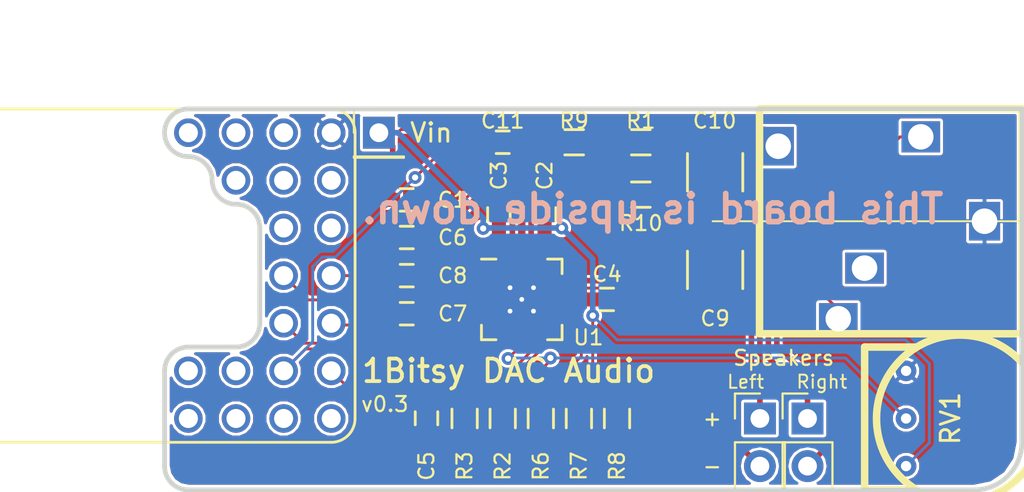
<source format=kicad_pcb>
(kicad_pcb (version 4) (host pcbnew 4.0.7)

  (general
    (links 63)
    (no_connects 0)
    (area 105.182599 70.960001 182.932401 101.934781)
    (thickness 1.6)
    (drawings 22)
    (tracks 202)
    (zones 0)
    (modules 26)
    (nets 32)
  )

  (page A4)
  (title_block
    (title "1UP Audio Repair")
    (date 2018-03-04)
    (rev v0.3)
  )

  (layers
    (0 F.Cu signal hide)
    (31 B.Cu signal hide)
    (32 B.Adhes user)
    (33 F.Adhes user)
    (34 B.Paste user)
    (35 F.Paste user)
    (36 B.SilkS user hide)
    (37 F.SilkS user)
    (38 B.Mask user)
    (39 F.Mask user)
    (40 Dwgs.User user)
    (41 Cmts.User user)
    (42 Eco1.User user)
    (43 Eco2.User user)
    (44 Edge.Cuts user)
    (45 Margin user)
    (46 B.CrtYd user)
    (47 F.CrtYd user)
    (48 B.Fab user)
    (49 F.Fab user)
  )

  (setup
    (last_trace_width 0.1524)
    (trace_clearance 0.1524)
    (zone_clearance 0.508)
    (zone_45_only no)
    (trace_min 0.1524)
    (segment_width 0.2)
    (edge_width 0.254)
    (via_size 0.6858)
    (via_drill 0.3302)
    (via_min_size 0.6858)
    (via_min_drill 0.3302)
    (uvia_size 0.6858)
    (uvia_drill 0.1)
    (uvias_allowed no)
    (uvia_min_size 0.2)
    (uvia_min_drill 0.1)
    (pcb_text_width 0.3)
    (pcb_text_size 1.5 1.5)
    (mod_edge_width 0.15)
    (mod_text_size 1 1)
    (mod_text_width 0.15)
    (pad_size 1.5 1.5)
    (pad_drill 0.6)
    (pad_to_mask_clearance 0.0508)
    (aux_axis_origin 0 0)
    (visible_elements FFFFEF7F)
    (pcbplotparams
      (layerselection 0x00030_80000001)
      (usegerberextensions false)
      (excludeedgelayer true)
      (linewidth 0.100000)
      (plotframeref false)
      (viasonmask false)
      (mode 1)
      (useauxorigin false)
      (hpglpennumber 1)
      (hpglpenspeed 20)
      (hpglpendiameter 15)
      (hpglpenoverlay 2)
      (psnegative false)
      (psa4output false)
      (plotreference true)
      (plotvalue true)
      (plotinvisibletext false)
      (padsonsilk false)
      (subtractmaskfromsilk false)
      (outputformat 1)
      (mirror false)
      (drillshape 1)
      (scaleselection 1)
      (outputdirectory ""))
  )

  (net 0 "")
  (net 1 VDD)
  (net 2 GND)
  (net 3 /VOL_ADC)
  (net 4 "Net-(C6-Pad1)")
  (net 5 "Net-(C7-Pad1)")
  (net 6 /DAC_L)
  (net 7 "Net-(C8-Pad1)")
  (net 8 /DAC_R)
  (net 9 "Net-(C9-Pad1)")
  (net 10 "Net-(C9-Pad2)")
  (net 11 "Net-(C10-Pad1)")
  (net 12 "Net-(C10-Pad2)")
  (net 13 /TIP_SW)
  (net 14 "Net-(J2-Pad3)")
  (net 15 "Net-(J2-Pad4)")
  (net 16 "Net-(J4-Pad1)")
  (net 17 "Net-(J4-Pad2)")
  (net 18 "Net-(J6-Pad1)")
  (net 19 "Net-(J6-Pad2)")
  (net 20 "Net-(R2-Pad1)")
  (net 21 "Net-(R6-Pad1)")
  (net 22 "Net-(R6-Pad2)")
  (net 23 /~SHUTDOWN)
  (net 24 /MUTE)
  (net 25 "Net-(U2-Pad14)")
  (net 26 +3V3)
  (net 27 "Net-(U2-Pad17)")
  (net 28 "Net-(U2-Pad37)")
  (net 29 "Net-(U2-Pad38)")
  (net 30 "Net-(U2-Pad39)")
  (net 31 "Net-(U2-Pad40)")

  (net_class Default "This is the default net class."
    (clearance 0.1524)
    (trace_width 0.1524)
    (via_dia 0.6858)
    (via_drill 0.3302)
    (uvia_dia 0.6858)
    (uvia_drill 0.1)
    (add_net +3V3)
    (add_net /DAC_L)
    (add_net /DAC_R)
    (add_net /MUTE)
    (add_net /TIP_SW)
    (add_net /VOL_ADC)
    (add_net /~SHUTDOWN)
    (add_net GND)
    (add_net "Net-(C10-Pad1)")
    (add_net "Net-(C10-Pad2)")
    (add_net "Net-(C6-Pad1)")
    (add_net "Net-(C7-Pad1)")
    (add_net "Net-(C8-Pad1)")
    (add_net "Net-(C9-Pad1)")
    (add_net "Net-(C9-Pad2)")
    (add_net "Net-(J2-Pad3)")
    (add_net "Net-(J2-Pad4)")
    (add_net "Net-(R2-Pad1)")
    (add_net "Net-(R6-Pad1)")
    (add_net "Net-(R6-Pad2)")
    (add_net "Net-(U2-Pad14)")
    (add_net "Net-(U2-Pad17)")
    (add_net "Net-(U2-Pad37)")
    (add_net "Net-(U2-Pad38)")
    (add_net "Net-(U2-Pad39)")
    (add_net "Net-(U2-Pad40)")
    (add_net VDD)
  )

  (net_class Power ""
    (clearance 0.1524)
    (trace_width 0.3)
    (via_dia 0.6858)
    (via_drill 0.3302)
    (uvia_dia 0.6858)
    (uvia_drill 0.1)
  )

  (net_class "Speaker Wire" ""
    (clearance 0.1524)
    (trace_width 0.3)
    (via_dia 0.6858)
    (via_drill 0.3302)
    (uvia_dia 0.6858)
    (uvia_drill 0.1)
    (add_net "Net-(J4-Pad1)")
    (add_net "Net-(J4-Pad2)")
    (add_net "Net-(J6-Pad1)")
    (add_net "Net-(J6-Pad2)")
  )

  (module audio-repair:Switchcraft_35RAPC4BHN3 (layer F.Cu) (tedit 5A9BED16) (tstamp 5A9B3046)
    (at 179.08 83.46 180)
    (path /59F3F362)
    (fp_text reference J2 (at 2.5 7 180) (layer F.Fab)
      (effects (font (size 1 1) (thickness 0.15)))
    )
    (fp_text value Switchcraft_35RAPC4BHN3 (at 8.392 0.402 180) (layer F.Fab) hide
      (effects (font (size 0.5 0.5) (thickness 0.075)))
    )
    (fp_line (start -3.5 3) (end 0 3) (layer F.SilkS) (width 0.4))
    (fp_line (start -3.5 -3) (end -3.5 3) (layer F.SilkS) (width 0.4))
    (fp_line (start 0 -3) (end -3.5 -3) (layer F.SilkS) (width 0.4))
    (fp_line (start 0 6) (end 0 0) (layer F.SilkS) (width 0.4))
    (fp_line (start 14 6) (end 0 6) (layer F.SilkS) (width 0.4))
    (fp_line (start 14 -6) (end 14 6) (layer F.SilkS) (width 0.4))
    (fp_line (start 0 -6) (end 14 -6) (layer F.SilkS) (width 0.4))
    (fp_line (start 0 0) (end 0 -6) (layer F.SilkS) (width 0.4))
    (fp_line (start -3.5 0) (end 16.5 0) (layer F.SilkS) (width 0.1))
    (pad 1 thru_hole rect (at 2 0 180) (size 1.66 2.06) (drill 1.36) (layers *.Cu *.Mask)
      (net 2 GND))
    (pad 2 thru_hole rect (at 9.8 -5.2 180) (size 2.06 1.66) (drill 1.36) (layers *.Cu *.Mask)
      (net 12 "Net-(C10-Pad2)"))
    (pad 3 thru_hole rect (at 8.4 -2.5 180) (size 2.06 1.66) (drill 1.36) (layers *.Cu *.Mask)
      (net 14 "Net-(J2-Pad3)"))
    (pad 4 thru_hole rect (at 13 4 180) (size 1.66 2.06) (drill 1.36) (layers *.Cu *.Mask)
      (net 15 "Net-(J2-Pad4)"))
    (pad 5 thru_hole rect (at 5.4 4.5 180) (size 2.06 1.66) (drill 1.36) (layers *.Cu *.Mask)
      (net 10 "Net-(C9-Pad2)"))
  )

  (module audio-repair:1bitsy-stub (layer F.Cu) (tedit 59F8C8AB) (tstamp 5A9B3162)
    (at 106.68 93.98 90)
    (path /59F35A2F)
    (fp_text reference U2 (at -2.38 -0.02 180) (layer F.SilkS)
      (effects (font (size 1 1) (thickness 0.15)))
    )
    (fp_text value 1bitsy-basic-stubby (at 14.84 7.41 180) (layer F.Fab)
      (effects (font (size 1 1) (thickness 0.15)))
    )
    (fp_arc (start 0 35.56) (end 0 36.83) (angle 90) (layer F.SilkS) (width 0.15))
    (fp_arc (start 15.24 35.56) (end 16.51 35.56) (angle 90) (layer F.SilkS) (width 0.15))
    (fp_arc (start 15.24 0) (end 15.24 -1.27) (angle 90) (layer F.SilkS) (width 0.15))
    (fp_arc (start 0 0) (end -1.27 0) (angle 90) (layer F.SilkS) (width 0.15))
    (fp_line (start 16.51 35.56) (end 16.51 0) (layer F.SilkS) (width 0.15))
    (fp_line (start 0 36.83) (end 15.24 36.83) (layer F.SilkS) (width 0.15))
    (fp_line (start -1.27 1.27) (end -1.27 35.56) (layer F.SilkS) (width 0.15))
    (fp_line (start 1.27 1.27) (end -1.27 1.27) (layer F.SilkS) (width 0.15))
    (fp_line (start 1.27 -1.27) (end 1.27 1.27) (layer F.SilkS) (width 0.15))
    (fp_line (start 1.27 -1.27) (end 15.24 -1.27) (layer F.SilkS) (width 0.15))
    (fp_arc (start 0 35.56) (end 0 36.83) (angle 90) (layer F.Fab) (width 0.15))
    (fp_arc (start 15.24 35.56) (end 16.51 35.56) (angle 90) (layer F.Fab) (width 0.15))
    (fp_arc (start 15.24 0) (end 15.24 -1.27) (angle 90) (layer F.Fab) (width 0.15))
    (fp_arc (start 0 0) (end -1.27 0) (angle 90) (layer F.Fab) (width 0.15))
    (fp_line (start -1.27 35.56) (end -1.27 0) (layer F.Fab) (width 0.15))
    (fp_line (start 15.24 36.83) (end 0 36.83) (layer F.Fab) (width 0.15))
    (fp_line (start 16.51 0) (end 16.51 35.56) (layer F.Fab) (width 0.15))
    (fp_line (start 0 -1.27) (end 15.24 -1.27) (layer F.Fab) (width 0.15))
    (pad 12 thru_hole circle (at 0 27.94) (size 1.524 1.524) (drill 1.016) (layers *.Cu *.Mask))
    (pad 13 thru_hole circle (at 0 30.48) (size 1.524 1.524) (drill 1.016) (layers *.Cu *.Mask))
    (pad 14 thru_hole circle (at 0 33.02) (size 1.524 1.524) (drill 1.016) (layers *.Cu *.Mask)
      (net 25 "Net-(U2-Pad14)"))
    (pad 15 thru_hole circle (at 0 35.56) (size 1.524 1.524) (drill 1.016) (layers *.Cu *.Mask)
      (net 26 +3V3))
    (pad 16 thru_hole circle (at 15.24 35.56) (size 1.524 1.524) (drill 1.016) (layers *.Cu *.Mask)
      (net 2 GND))
    (pad 17 thru_hole circle (at 15.24 33.02) (size 1.524 1.524) (drill 1.016) (layers *.Cu *.Mask)
      (net 27 "Net-(U2-Pad17)"))
    (pad 18 thru_hole circle (at 15.24 30.48) (size 1.524 1.524) (drill 1.016) (layers *.Cu *.Mask))
    (pad 19 thru_hole circle (at 15.24 27.94) (size 1.524 1.524) (drill 1.016) (layers *.Cu *.Mask))
    (pad 31 thru_hole circle (at 2.54 33.02) (size 1.524 1.524) (drill 1.016) (layers *.Cu *.Mask)
      (net 13 /TIP_SW))
    (pad 32 thru_hole circle (at 2.54 35.56) (size 1.524 1.524) (drill 1.016) (layers *.Cu *.Mask)
      (net 3 /VOL_ADC))
    (pad 33 thru_hole circle (at 5.08 33.02) (size 1.524 1.524) (drill 1.016) (layers *.Cu *.Mask)
      (net 24 /MUTE))
    (pad 34 thru_hole circle (at 5.08 35.56) (size 1.524 1.524) (drill 1.016) (layers *.Cu *.Mask)
      (net 23 /~SHUTDOWN))
    (pad 35 thru_hole circle (at 7.62 33.02) (size 1.524 1.524) (drill 1.016) (layers *.Cu *.Mask)
      (net 6 /DAC_L))
    (pad 36 thru_hole circle (at 7.62 35.56) (size 1.524 1.524) (drill 1.016) (layers *.Cu *.Mask)
      (net 8 /DAC_R))
    (pad 37 thru_hole circle (at 10.16 33.02) (size 1.524 1.524) (drill 1.016) (layers *.Cu *.Mask)
      (net 28 "Net-(U2-Pad37)"))
    (pad 38 thru_hole circle (at 10.16 35.56) (size 1.524 1.524) (drill 1.016) (layers *.Cu *.Mask)
      (net 29 "Net-(U2-Pad38)"))
    (pad 39 thru_hole circle (at 12.7 33.02) (size 1.524 1.524) (drill 1.016) (layers *.Cu *.Mask)
      (net 30 "Net-(U2-Pad39)"))
    (pad 40 thru_hole circle (at 12.7 35.56) (size 1.524 1.524) (drill 1.016) (layers *.Cu *.Mask)
      (net 31 "Net-(U2-Pad40)"))
    (pad 42 thru_hole circle (at 2.54 27.94) (size 1.524 1.524) (drill 1.016) (layers *.Cu *.Mask))
    (pad 43 thru_hole circle (at 2.54 30.48) (size 1.524 1.524) (drill 1.016) (layers *.Cu *.Mask))
    (pad 44 thru_hole circle (at 12.7 30.48) (size 1.524 1.524) (drill 1.016) (layers *.Cu *.Mask))
  )

  (module Capacitors_SMD:C_0603 (layer F.Cu) (tedit 5A9BE877) (tstamp 5A9B2F7F)
    (at 146.2652 82.3214)
    (descr "Capacitor SMD 0603, reflow soldering, AVX (see smccp.pdf)")
    (tags "capacitor 0603")
    (path /59F3DE40)
    (attr smd)
    (fp_text reference C1 (at 2.4384 0) (layer F.SilkS)
      (effects (font (size 0.8 0.8) (thickness 0.12)))
    )
    (fp_text value 10µF (at -3.5172 -0.0254) (layer F.Fab)
      (effects (font (size 1 1) (thickness 0.15)))
    )
    (fp_line (start -0.8 0.4) (end -0.8 -0.4) (layer F.Fab) (width 0.15))
    (fp_line (start 0.8 0.4) (end -0.8 0.4) (layer F.Fab) (width 0.15))
    (fp_line (start 0.8 -0.4) (end 0.8 0.4) (layer F.Fab) (width 0.15))
    (fp_line (start -0.8 -0.4) (end 0.8 -0.4) (layer F.Fab) (width 0.15))
    (fp_line (start -1.45 -0.75) (end 1.45 -0.75) (layer F.CrtYd) (width 0.05))
    (fp_line (start -1.45 0.75) (end 1.45 0.75) (layer F.CrtYd) (width 0.05))
    (fp_line (start -1.45 -0.75) (end -1.45 0.75) (layer F.CrtYd) (width 0.05))
    (fp_line (start 1.45 -0.75) (end 1.45 0.75) (layer F.CrtYd) (width 0.05))
    (fp_line (start -0.35 -0.6) (end 0.35 -0.6) (layer F.SilkS) (width 0.15))
    (fp_line (start 0.35 0.6) (end -0.35 0.6) (layer F.SilkS) (width 0.15))
    (pad 1 smd rect (at -0.75 0) (size 0.8 0.75) (layers F.Cu F.Paste F.Mask)
      (net 1 VDD))
    (pad 2 smd rect (at 0.75 0) (size 0.8 0.75) (layers F.Cu F.Paste F.Mask)
      (net 2 GND))
    (model Capacitors_SMD.3dshapes/C_0603.wrl
      (at (xyz 0 0 0))
      (scale (xyz 1 1 1))
      (rotate (xyz 0 0 0))
    )
  )

  (module Capacitors_SMD:C_0603 (layer F.Cu) (tedit 5A9BEEB3) (tstamp 5A9B2F8F)
    (at 153.6192 83.0834 90)
    (descr "Capacitor SMD 0603, reflow soldering, AVX (see smccp.pdf)")
    (tags "capacitor 0603")
    (path /59F3DEA5)
    (attr smd)
    (fp_text reference C2 (at 2.0574 0 90) (layer F.SilkS)
      (effects (font (size 0.8 0.8) (thickness 0.12)))
    )
    (fp_text value 100nF (at 0 0 90) (layer F.Fab) hide
      (effects (font (size 0.5 0.5) (thickness 0.075)))
    )
    (fp_line (start -0.8 0.4) (end -0.8 -0.4) (layer F.Fab) (width 0.15))
    (fp_line (start 0.8 0.4) (end -0.8 0.4) (layer F.Fab) (width 0.15))
    (fp_line (start 0.8 -0.4) (end 0.8 0.4) (layer F.Fab) (width 0.15))
    (fp_line (start -0.8 -0.4) (end 0.8 -0.4) (layer F.Fab) (width 0.15))
    (fp_line (start -1.45 -0.75) (end 1.45 -0.75) (layer F.CrtYd) (width 0.05))
    (fp_line (start -1.45 0.75) (end 1.45 0.75) (layer F.CrtYd) (width 0.05))
    (fp_line (start -1.45 -0.75) (end -1.45 0.75) (layer F.CrtYd) (width 0.05))
    (fp_line (start 1.45 -0.75) (end 1.45 0.75) (layer F.CrtYd) (width 0.05))
    (fp_line (start -0.35 -0.6) (end 0.35 -0.6) (layer F.SilkS) (width 0.15))
    (fp_line (start 0.35 0.6) (end -0.35 0.6) (layer F.SilkS) (width 0.15))
    (pad 1 smd rect (at -0.75 0 90) (size 0.8 0.75) (layers F.Cu F.Paste F.Mask)
      (net 1 VDD))
    (pad 2 smd rect (at 0.75 0 90) (size 0.8 0.75) (layers F.Cu F.Paste F.Mask)
      (net 2 GND))
    (model Capacitors_SMD.3dshapes/C_0603.wrl
      (at (xyz 0 0 0))
      (scale (xyz 1 1 1))
      (rotate (xyz 0 0 0))
    )
  )

  (module Capacitors_SMD:C_0603 (layer F.Cu) (tedit 5A9BEF75) (tstamp 5A9B2F9F)
    (at 151.1808 83.0834 90)
    (descr "Capacitor SMD 0603, reflow soldering, AVX (see smccp.pdf)")
    (tags "capacitor 0603")
    (path /59F3DEF1)
    (attr smd)
    (fp_text reference C3 (at 2.0574 0 90) (layer F.SilkS)
      (effects (font (size 0.8 0.8) (thickness 0.12)))
    )
    (fp_text value 100nF (at 0 0 90) (layer F.Fab) hide
      (effects (font (size 0.5 0.5) (thickness 0.075)))
    )
    (fp_line (start -0.8 0.4) (end -0.8 -0.4) (layer F.Fab) (width 0.15))
    (fp_line (start 0.8 0.4) (end -0.8 0.4) (layer F.Fab) (width 0.15))
    (fp_line (start 0.8 -0.4) (end 0.8 0.4) (layer F.Fab) (width 0.15))
    (fp_line (start -0.8 -0.4) (end 0.8 -0.4) (layer F.Fab) (width 0.15))
    (fp_line (start -1.45 -0.75) (end 1.45 -0.75) (layer F.CrtYd) (width 0.05))
    (fp_line (start -1.45 0.75) (end 1.45 0.75) (layer F.CrtYd) (width 0.05))
    (fp_line (start -1.45 -0.75) (end -1.45 0.75) (layer F.CrtYd) (width 0.05))
    (fp_line (start 1.45 -0.75) (end 1.45 0.75) (layer F.CrtYd) (width 0.05))
    (fp_line (start -0.35 -0.6) (end 0.35 -0.6) (layer F.SilkS) (width 0.15))
    (fp_line (start 0.35 0.6) (end -0.35 0.6) (layer F.SilkS) (width 0.15))
    (pad 1 smd rect (at -0.75 0 90) (size 0.8 0.75) (layers F.Cu F.Paste F.Mask)
      (net 1 VDD))
    (pad 2 smd rect (at 0.75 0 90) (size 0.8 0.75) (layers F.Cu F.Paste F.Mask)
      (net 2 GND))
    (model Capacitors_SMD.3dshapes/C_0603.wrl
      (at (xyz 0 0 0))
      (scale (xyz 1 1 1))
      (rotate (xyz 0 0 0))
    )
  )

  (module Capacitors_SMD:C_0603 (layer F.Cu) (tedit 5A9BE919) (tstamp 5A9B2FAF)
    (at 156.9466 87.63)
    (descr "Capacitor SMD 0603, reflow soldering, AVX (see smccp.pdf)")
    (tags "capacitor 0603")
    (path /59F3DF40)
    (attr smd)
    (fp_text reference C4 (at 0 -1.3462) (layer F.SilkS)
      (effects (font (size 0.8 0.8) (thickness 0.12)))
    )
    (fp_text value 100nF (at 0 0) (layer F.Fab) hide
      (effects (font (size 0.5 0.5) (thickness 0.075)))
    )
    (fp_line (start -0.8 0.4) (end -0.8 -0.4) (layer F.Fab) (width 0.15))
    (fp_line (start 0.8 0.4) (end -0.8 0.4) (layer F.Fab) (width 0.15))
    (fp_line (start 0.8 -0.4) (end 0.8 0.4) (layer F.Fab) (width 0.15))
    (fp_line (start -0.8 -0.4) (end 0.8 -0.4) (layer F.Fab) (width 0.15))
    (fp_line (start -1.45 -0.75) (end 1.45 -0.75) (layer F.CrtYd) (width 0.05))
    (fp_line (start -1.45 0.75) (end 1.45 0.75) (layer F.CrtYd) (width 0.05))
    (fp_line (start -1.45 -0.75) (end -1.45 0.75) (layer F.CrtYd) (width 0.05))
    (fp_line (start 1.45 -0.75) (end 1.45 0.75) (layer F.CrtYd) (width 0.05))
    (fp_line (start -0.35 -0.6) (end 0.35 -0.6) (layer F.SilkS) (width 0.15))
    (fp_line (start 0.35 0.6) (end -0.35 0.6) (layer F.SilkS) (width 0.15))
    (pad 1 smd rect (at -0.75 0) (size 0.8 0.75) (layers F.Cu F.Paste F.Mask)
      (net 1 VDD))
    (pad 2 smd rect (at 0.75 0) (size 0.8 0.75) (layers F.Cu F.Paste F.Mask)
      (net 2 GND))
    (model Capacitors_SMD.3dshapes/C_0603.wrl
      (at (xyz 0 0 0))
      (scale (xyz 1 1 1))
      (rotate (xyz 0 0 0))
    )
  )

  (module Capacitors_SMD:C_0603 (layer F.Cu) (tedit 5A9BE7A8) (tstamp 5A9B2FBF)
    (at 147.32 93.968 270)
    (descr "Capacitor SMD 0603, reflow soldering, AVX (see smccp.pdf)")
    (tags "capacitor 0603")
    (path /59F39E49)
    (attr smd)
    (fp_text reference C5 (at 2.552 0 270) (layer F.SilkS)
      (effects (font (size 0.8 0.8) (thickness 0.12)))
    )
    (fp_text value 10nF (at 5.854 0 270) (layer F.Fab)
      (effects (font (size 1 1) (thickness 0.15)))
    )
    (fp_line (start -0.8 0.4) (end -0.8 -0.4) (layer F.Fab) (width 0.15))
    (fp_line (start 0.8 0.4) (end -0.8 0.4) (layer F.Fab) (width 0.15))
    (fp_line (start 0.8 -0.4) (end 0.8 0.4) (layer F.Fab) (width 0.15))
    (fp_line (start -0.8 -0.4) (end 0.8 -0.4) (layer F.Fab) (width 0.15))
    (fp_line (start -1.45 -0.75) (end 1.45 -0.75) (layer F.CrtYd) (width 0.05))
    (fp_line (start -1.45 0.75) (end 1.45 0.75) (layer F.CrtYd) (width 0.05))
    (fp_line (start -1.45 -0.75) (end -1.45 0.75) (layer F.CrtYd) (width 0.05))
    (fp_line (start 1.45 -0.75) (end 1.45 0.75) (layer F.CrtYd) (width 0.05))
    (fp_line (start -0.35 -0.6) (end 0.35 -0.6) (layer F.SilkS) (width 0.15))
    (fp_line (start 0.35 0.6) (end -0.35 0.6) (layer F.SilkS) (width 0.15))
    (pad 1 smd rect (at -0.75 0 270) (size 0.8 0.75) (layers F.Cu F.Paste F.Mask)
      (net 3 /VOL_ADC))
    (pad 2 smd rect (at 0.75 0 270) (size 0.8 0.75) (layers F.Cu F.Paste F.Mask)
      (net 2 GND))
    (model Capacitors_SMD.3dshapes/C_0603.wrl
      (at (xyz 0 0 0))
      (scale (xyz 1 1 1))
      (rotate (xyz 0 0 0))
    )
  )

  (module Capacitors_SMD:C_0603 (layer F.Cu) (tedit 5A9BE889) (tstamp 5A9B2FCF)
    (at 146.2659 84.328 180)
    (descr "Capacitor SMD 0603, reflow soldering, AVX (see smccp.pdf)")
    (tags "capacitor 0603")
    (path /59F364C0)
    (attr smd)
    (fp_text reference C6 (at -2.4511 0 180) (layer F.SilkS)
      (effects (font (size 0.8 0.8) (thickness 0.12)))
    )
    (fp_text value 1µF (at 3.0099 0 180) (layer F.Fab)
      (effects (font (size 1 1) (thickness 0.15)))
    )
    (fp_line (start -0.8 0.4) (end -0.8 -0.4) (layer F.Fab) (width 0.15))
    (fp_line (start 0.8 0.4) (end -0.8 0.4) (layer F.Fab) (width 0.15))
    (fp_line (start 0.8 -0.4) (end 0.8 0.4) (layer F.Fab) (width 0.15))
    (fp_line (start -0.8 -0.4) (end 0.8 -0.4) (layer F.Fab) (width 0.15))
    (fp_line (start -1.45 -0.75) (end 1.45 -0.75) (layer F.CrtYd) (width 0.05))
    (fp_line (start -1.45 0.75) (end 1.45 0.75) (layer F.CrtYd) (width 0.05))
    (fp_line (start -1.45 -0.75) (end -1.45 0.75) (layer F.CrtYd) (width 0.05))
    (fp_line (start 1.45 -0.75) (end 1.45 0.75) (layer F.CrtYd) (width 0.05))
    (fp_line (start -0.35 -0.6) (end 0.35 -0.6) (layer F.SilkS) (width 0.15))
    (fp_line (start 0.35 0.6) (end -0.35 0.6) (layer F.SilkS) (width 0.15))
    (pad 1 smd rect (at -0.75 0 180) (size 0.8 0.75) (layers F.Cu F.Paste F.Mask)
      (net 4 "Net-(C6-Pad1)"))
    (pad 2 smd rect (at 0.75 0 180) (size 0.8 0.75) (layers F.Cu F.Paste F.Mask)
      (net 2 GND))
    (model Capacitors_SMD.3dshapes/C_0603.wrl
      (at (xyz 0 0 0))
      (scale (xyz 1 1 1))
      (rotate (xyz 0 0 0))
    )
  )

  (module Capacitors_SMD:C_0603 (layer F.Cu) (tedit 5A9BE8A2) (tstamp 5A9B2FDF)
    (at 146.2659 88.392 180)
    (descr "Capacitor SMD 0603, reflow soldering, AVX (see smccp.pdf)")
    (tags "capacitor 0603")
    (path /59F3AD5F)
    (attr smd)
    (fp_text reference C7 (at -2.4511 0 180) (layer F.SilkS)
      (effects (font (size 0.8 0.8) (thickness 0.12)))
    )
    (fp_text value 220nF (at 3.7719 0 180) (layer F.Fab)
      (effects (font (size 1 1) (thickness 0.15)))
    )
    (fp_line (start -0.8 0.4) (end -0.8 -0.4) (layer F.Fab) (width 0.15))
    (fp_line (start 0.8 0.4) (end -0.8 0.4) (layer F.Fab) (width 0.15))
    (fp_line (start 0.8 -0.4) (end 0.8 0.4) (layer F.Fab) (width 0.15))
    (fp_line (start -0.8 -0.4) (end 0.8 -0.4) (layer F.Fab) (width 0.15))
    (fp_line (start -1.45 -0.75) (end 1.45 -0.75) (layer F.CrtYd) (width 0.05))
    (fp_line (start -1.45 0.75) (end 1.45 0.75) (layer F.CrtYd) (width 0.05))
    (fp_line (start -1.45 -0.75) (end -1.45 0.75) (layer F.CrtYd) (width 0.05))
    (fp_line (start 1.45 -0.75) (end 1.45 0.75) (layer F.CrtYd) (width 0.05))
    (fp_line (start -0.35 -0.6) (end 0.35 -0.6) (layer F.SilkS) (width 0.15))
    (fp_line (start 0.35 0.6) (end -0.35 0.6) (layer F.SilkS) (width 0.15))
    (pad 1 smd rect (at -0.75 0 180) (size 0.8 0.75) (layers F.Cu F.Paste F.Mask)
      (net 5 "Net-(C7-Pad1)"))
    (pad 2 smd rect (at 0.75 0 180) (size 0.8 0.75) (layers F.Cu F.Paste F.Mask)
      (net 6 /DAC_L))
    (model Capacitors_SMD.3dshapes/C_0603.wrl
      (at (xyz 0 0 0))
      (scale (xyz 1 1 1))
      (rotate (xyz 0 0 0))
    )
  )

  (module Capacitors_SMD:C_0603 (layer F.Cu) (tedit 5A9BE853) (tstamp 5A9B2FEF)
    (at 146.2659 86.36 180)
    (descr "Capacitor SMD 0603, reflow soldering, AVX (see smccp.pdf)")
    (tags "capacitor 0603")
    (path /59F3AE10)
    (attr smd)
    (fp_text reference C8 (at -2.4511 0 180) (layer F.SilkS)
      (effects (font (size 0.8 0.8) (thickness 0.12)))
    )
    (fp_text value 220nF (at 3.7719 0 180) (layer F.Fab)
      (effects (font (size 1 1) (thickness 0.15)))
    )
    (fp_line (start -0.8 0.4) (end -0.8 -0.4) (layer F.Fab) (width 0.15))
    (fp_line (start 0.8 0.4) (end -0.8 0.4) (layer F.Fab) (width 0.15))
    (fp_line (start 0.8 -0.4) (end 0.8 0.4) (layer F.Fab) (width 0.15))
    (fp_line (start -0.8 -0.4) (end 0.8 -0.4) (layer F.Fab) (width 0.15))
    (fp_line (start -1.45 -0.75) (end 1.45 -0.75) (layer F.CrtYd) (width 0.05))
    (fp_line (start -1.45 0.75) (end 1.45 0.75) (layer F.CrtYd) (width 0.05))
    (fp_line (start -1.45 -0.75) (end -1.45 0.75) (layer F.CrtYd) (width 0.05))
    (fp_line (start 1.45 -0.75) (end 1.45 0.75) (layer F.CrtYd) (width 0.05))
    (fp_line (start -0.35 -0.6) (end 0.35 -0.6) (layer F.SilkS) (width 0.15))
    (fp_line (start 0.35 0.6) (end -0.35 0.6) (layer F.SilkS) (width 0.15))
    (pad 1 smd rect (at -0.75 0 180) (size 0.8 0.75) (layers F.Cu F.Paste F.Mask)
      (net 7 "Net-(C8-Pad1)"))
    (pad 2 smd rect (at 0.75 0 180) (size 0.8 0.75) (layers F.Cu F.Paste F.Mask)
      (net 8 /DAC_R))
    (model Capacitors_SMD.3dshapes/C_0603.wrl
      (at (xyz 0 0 0))
      (scale (xyz 1 1 1))
      (rotate (xyz 0 0 0))
    )
  )

  (module Capacitors_SMD:C_1210 (layer F.Cu) (tedit 5A9BF3D6) (tstamp 5A9B2FFF)
    (at 162.7124 86.0552 90)
    (descr "Capacitor SMD 1210, reflow soldering, AVX (see smccp.pdf)")
    (tags "capacitor 1210")
    (path /59F371F5)
    (attr smd)
    (fp_text reference C9 (at -2.5908 0 180) (layer F.SilkS)
      (effects (font (size 0.8 0.8) (thickness 0.12)))
    )
    (fp_text value 220µF (at 0 0 180) (layer F.Fab)
      (effects (font (size 0.5 0.5) (thickness 0.075)))
    )
    (fp_line (start -1.6 1.25) (end -1.6 -1.25) (layer F.Fab) (width 0.15))
    (fp_line (start 1.6 1.25) (end -1.6 1.25) (layer F.Fab) (width 0.15))
    (fp_line (start 1.6 -1.25) (end 1.6 1.25) (layer F.Fab) (width 0.15))
    (fp_line (start -1.6 -1.25) (end 1.6 -1.25) (layer F.Fab) (width 0.15))
    (fp_line (start -2.3 -1.6) (end 2.3 -1.6) (layer F.CrtYd) (width 0.05))
    (fp_line (start -2.3 1.6) (end 2.3 1.6) (layer F.CrtYd) (width 0.05))
    (fp_line (start -2.3 -1.6) (end -2.3 1.6) (layer F.CrtYd) (width 0.05))
    (fp_line (start 2.3 -1.6) (end 2.3 1.6) (layer F.CrtYd) (width 0.05))
    (fp_line (start 1 -1.475) (end -1 -1.475) (layer F.SilkS) (width 0.15))
    (fp_line (start -1 1.475) (end 1 1.475) (layer F.SilkS) (width 0.15))
    (pad 1 smd rect (at -1.5 0 90) (size 1 2.5) (layers F.Cu F.Paste F.Mask)
      (net 9 "Net-(C9-Pad1)"))
    (pad 2 smd rect (at 1.5 0 90) (size 1 2.5) (layers F.Cu F.Paste F.Mask)
      (net 10 "Net-(C9-Pad2)"))
    (model Capacitors_SMD.3dshapes/C_1210.wrl
      (at (xyz 0 0 0))
      (scale (xyz 1 1 1))
      (rotate (xyz 0 0 0))
    )
  )

  (module Capacitors_SMD:C_1210 (layer F.Cu) (tedit 5A9BE9C6) (tstamp 5A9B300F)
    (at 162.7124 80.8482 270)
    (descr "Capacitor SMD 1210, reflow soldering, AVX (see smccp.pdf)")
    (tags "capacitor 1210")
    (path /59F37226)
    (attr smd)
    (fp_text reference C10 (at -2.7432 0.0254 360) (layer F.SilkS)
      (effects (font (size 0.8 0.8) (thickness 0.12)))
    )
    (fp_text value 220µF (at 0 0 360) (layer F.Fab)
      (effects (font (size 0.5 0.5) (thickness 0.075)))
    )
    (fp_line (start -1.6 1.25) (end -1.6 -1.25) (layer F.Fab) (width 0.15))
    (fp_line (start 1.6 1.25) (end -1.6 1.25) (layer F.Fab) (width 0.15))
    (fp_line (start 1.6 -1.25) (end 1.6 1.25) (layer F.Fab) (width 0.15))
    (fp_line (start -1.6 -1.25) (end 1.6 -1.25) (layer F.Fab) (width 0.15))
    (fp_line (start -2.3 -1.6) (end 2.3 -1.6) (layer F.CrtYd) (width 0.05))
    (fp_line (start -2.3 1.6) (end 2.3 1.6) (layer F.CrtYd) (width 0.05))
    (fp_line (start -2.3 -1.6) (end -2.3 1.6) (layer F.CrtYd) (width 0.05))
    (fp_line (start 2.3 -1.6) (end 2.3 1.6) (layer F.CrtYd) (width 0.05))
    (fp_line (start 1 -1.475) (end -1 -1.475) (layer F.SilkS) (width 0.15))
    (fp_line (start -1 1.475) (end 1 1.475) (layer F.SilkS) (width 0.15))
    (pad 1 smd rect (at -1.5 0 270) (size 1 2.5) (layers F.Cu F.Paste F.Mask)
      (net 11 "Net-(C10-Pad1)"))
    (pad 2 smd rect (at 1.5 0 270) (size 1 2.5) (layers F.Cu F.Paste F.Mask)
      (net 12 "Net-(C10-Pad2)"))
    (model Capacitors_SMD.3dshapes/C_1210.wrl
      (at (xyz 0 0 0))
      (scale (xyz 1 1 1))
      (rotate (xyz 0 0 0))
    )
  )

  (module Capacitors_SMD:C_0603 (layer F.Cu) (tedit 5A9BEF48) (tstamp 5A9B301F)
    (at 151.384 79.248 180)
    (descr "Capacitor SMD 0603, reflow soldering, AVX (see smccp.pdf)")
    (tags "capacitor 0603")
    (path /5A9A8944)
    (attr smd)
    (fp_text reference C11 (at 0 1.143 180) (layer F.SilkS)
      (effects (font (size 0.8 0.8) (thickness 0.12)))
    )
    (fp_text value 100nF (at 0 3.81 180) (layer F.Fab)
      (effects (font (size 0.8 0.8) (thickness 0.12)))
    )
    (fp_line (start -0.8 0.4) (end -0.8 -0.4) (layer F.Fab) (width 0.15))
    (fp_line (start 0.8 0.4) (end -0.8 0.4) (layer F.Fab) (width 0.15))
    (fp_line (start 0.8 -0.4) (end 0.8 0.4) (layer F.Fab) (width 0.15))
    (fp_line (start -0.8 -0.4) (end 0.8 -0.4) (layer F.Fab) (width 0.15))
    (fp_line (start -1.45 -0.75) (end 1.45 -0.75) (layer F.CrtYd) (width 0.05))
    (fp_line (start -1.45 0.75) (end 1.45 0.75) (layer F.CrtYd) (width 0.05))
    (fp_line (start -1.45 -0.75) (end -1.45 0.75) (layer F.CrtYd) (width 0.05))
    (fp_line (start 1.45 -0.75) (end 1.45 0.75) (layer F.CrtYd) (width 0.05))
    (fp_line (start -0.35 -0.6) (end 0.35 -0.6) (layer F.SilkS) (width 0.15))
    (fp_line (start 0.35 0.6) (end -0.35 0.6) (layer F.SilkS) (width 0.15))
    (pad 1 smd rect (at -0.75 0 180) (size 0.8 0.75) (layers F.Cu F.Paste F.Mask)
      (net 13 /TIP_SW))
    (pad 2 smd rect (at 0.75 0 180) (size 0.8 0.75) (layers F.Cu F.Paste F.Mask)
      (net 2 GND))
    (model Capacitors_SMD.3dshapes/C_0603.wrl
      (at (xyz 0 0 0))
      (scale (xyz 1 1 1))
      (rotate (xyz 0 0 0))
    )
  )

  (module Pin_Headers:Pin_Header_Straight_1x01_Pitch2.54mm (layer F.Cu) (tedit 5A9B2FC6) (tstamp 5A9B3034)
    (at 144.78 78.74)
    (descr "Through hole straight pin header, 1x01, 2.54mm pitch, single row")
    (tags "Through hole pin header THT 1x01 2.54mm single row")
    (path /59F3BAA9)
    (fp_text reference J1 (at 0 -2.33) (layer F.Fab)
      (effects (font (size 1 1) (thickness 0.15)))
    )
    (fp_text value Vin (at 2.794 0) (layer F.SilkS)
      (effects (font (size 1 1) (thickness 0.15)))
    )
    (fp_line (start -0.635 -1.27) (end 1.27 -1.27) (layer F.Fab) (width 0.1))
    (fp_line (start 1.27 -1.27) (end 1.27 1.27) (layer F.Fab) (width 0.1))
    (fp_line (start 1.27 1.27) (end -1.27 1.27) (layer F.Fab) (width 0.1))
    (fp_line (start -1.27 1.27) (end -1.27 -0.635) (layer F.Fab) (width 0.1))
    (fp_line (start -1.27 -0.635) (end -0.635 -1.27) (layer F.Fab) (width 0.1))
    (fp_line (start -1.33 1.33) (end 1.33 1.33) (layer F.SilkS) (width 0.12))
    (fp_line (start -1.33 1.27) (end -1.33 1.33) (layer F.SilkS) (width 0.12))
    (fp_line (start 1.33 1.27) (end 1.33 1.33) (layer F.SilkS) (width 0.12))
    (fp_line (start -1.33 1.27) (end 1.33 1.27) (layer F.SilkS) (width 0.12))
    (fp_line (start -1.33 0) (end -1.33 -1.33) (layer F.SilkS) (width 0.12))
    (fp_line (start -1.33 -1.33) (end 0 -1.33) (layer F.SilkS) (width 0.12))
    (fp_line (start -1.8 -1.8) (end -1.8 1.8) (layer F.CrtYd) (width 0.05))
    (fp_line (start -1.8 1.8) (end 1.8 1.8) (layer F.CrtYd) (width 0.05))
    (fp_line (start 1.8 1.8) (end 1.8 -1.8) (layer F.CrtYd) (width 0.05))
    (fp_line (start 1.8 -1.8) (end -1.8 -1.8) (layer F.CrtYd) (width 0.05))
    (fp_text user %R (at 0 0 90) (layer F.Fab) hide
      (effects (font (size 1 1) (thickness 0.15)))
    )
    (pad 1 thru_hole rect (at 0 0) (size 1.7 1.7) (drill 1) (layers *.Cu *.Mask)
      (net 1 VDD))
    (model ${KISYS3DMOD}/Pin_Headers.3dshapes/Pin_Header_Straight_1x01_Pitch2.54mm.wrl
      (at (xyz 0 0 0))
      (scale (xyz 1 1 1))
      (rotate (xyz 0 0 0))
    )
  )

  (module Pin_Headers:Pin_Header_Straight_1x02_Pitch2.54mm (layer F.Cu) (tedit 5A9B3F70) (tstamp 5A9B305C)
    (at 165.1 93.98)
    (descr "Through hole straight pin header, 1x02, 2.54mm pitch, single row")
    (tags "Through hole pin header THT 1x02 2.54mm single row")
    (path /59F372B0)
    (fp_text reference J4 (at 0 5.08) (layer F.Fab)
      (effects (font (size 1 1) (thickness 0.15)))
    )
    (fp_text value Left (at -0.762 -1.9558) (layer F.SilkS)
      (effects (font (size 0.7 0.7) (thickness 0.105)))
    )
    (fp_line (start -0.635 -1.27) (end 1.27 -1.27) (layer F.Fab) (width 0.1))
    (fp_line (start 1.27 -1.27) (end 1.27 3.81) (layer F.Fab) (width 0.1))
    (fp_line (start 1.27 3.81) (end -1.27 3.81) (layer F.Fab) (width 0.1))
    (fp_line (start -1.27 3.81) (end -1.27 -0.635) (layer F.Fab) (width 0.1))
    (fp_line (start -1.27 -0.635) (end -0.635 -1.27) (layer F.Fab) (width 0.1))
    (fp_line (start -1.33 3.87) (end 1.33 3.87) (layer F.SilkS) (width 0.12))
    (fp_line (start -1.33 1.27) (end -1.33 3.87) (layer F.SilkS) (width 0.12))
    (fp_line (start 1.33 1.27) (end 1.33 3.87) (layer F.SilkS) (width 0.12))
    (fp_line (start -1.33 1.27) (end 1.33 1.27) (layer F.SilkS) (width 0.12))
    (fp_line (start -1.33 0) (end -1.33 -1.33) (layer F.SilkS) (width 0.12))
    (fp_line (start -1.33 -1.33) (end 0 -1.33) (layer F.SilkS) (width 0.12))
    (fp_line (start -1.8 -1.8) (end -1.8 4.35) (layer F.CrtYd) (width 0.05))
    (fp_line (start -1.8 4.35) (end 1.8 4.35) (layer F.CrtYd) (width 0.05))
    (fp_line (start 1.8 4.35) (end 1.8 -1.8) (layer F.CrtYd) (width 0.05))
    (fp_line (start 1.8 -1.8) (end -1.8 -1.8) (layer F.CrtYd) (width 0.05))
    (fp_text user %R (at 0 1.27 90) (layer F.Fab) hide
      (effects (font (size 1 1) (thickness 0.15)))
    )
    (pad 1 thru_hole rect (at 0 0) (size 1.7 1.7) (drill 1) (layers *.Cu *.Mask)
      (net 16 "Net-(J4-Pad1)"))
    (pad 2 thru_hole oval (at 0 2.54) (size 1.7 1.7) (drill 1) (layers *.Cu *.Mask)
      (net 17 "Net-(J4-Pad2)"))
    (model ${KISYS3DMOD}/Pin_Headers.3dshapes/Pin_Header_Straight_1x02_Pitch2.54mm.wrl
      (at (xyz 0 0 0))
      (scale (xyz 1 1 1))
      (rotate (xyz 0 0 0))
    )
  )

  (module Pin_Headers:Pin_Header_Straight_1x02_Pitch2.54mm (layer F.Cu) (tedit 5A9B3F74) (tstamp 5A9B3072)
    (at 167.64 93.98)
    (descr "Through hole straight pin header, 1x02, 2.54mm pitch, single row")
    (tags "Through hole pin header THT 1x02 2.54mm single row")
    (path /59F8CB3D)
    (fp_text reference J6 (at 0 5.08) (layer F.Fab)
      (effects (font (size 1 1) (thickness 0.15)))
    )
    (fp_text value Right (at 0.762 -1.9558) (layer F.SilkS)
      (effects (font (size 0.7 0.7) (thickness 0.105)))
    )
    (fp_line (start -0.635 -1.27) (end 1.27 -1.27) (layer F.Fab) (width 0.1))
    (fp_line (start 1.27 -1.27) (end 1.27 3.81) (layer F.Fab) (width 0.1))
    (fp_line (start 1.27 3.81) (end -1.27 3.81) (layer F.Fab) (width 0.1))
    (fp_line (start -1.27 3.81) (end -1.27 -0.635) (layer F.Fab) (width 0.1))
    (fp_line (start -1.27 -0.635) (end -0.635 -1.27) (layer F.Fab) (width 0.1))
    (fp_line (start -1.33 3.87) (end 1.33 3.87) (layer F.SilkS) (width 0.12))
    (fp_line (start -1.33 1.27) (end -1.33 3.87) (layer F.SilkS) (width 0.12))
    (fp_line (start 1.33 1.27) (end 1.33 3.87) (layer F.SilkS) (width 0.12))
    (fp_line (start -1.33 1.27) (end 1.33 1.27) (layer F.SilkS) (width 0.12))
    (fp_line (start -1.33 0) (end -1.33 -1.33) (layer F.SilkS) (width 0.12))
    (fp_line (start -1.33 -1.33) (end 0 -1.33) (layer F.SilkS) (width 0.12))
    (fp_line (start -1.8 -1.8) (end -1.8 4.35) (layer F.CrtYd) (width 0.05))
    (fp_line (start -1.8 4.35) (end 1.8 4.35) (layer F.CrtYd) (width 0.05))
    (fp_line (start 1.8 4.35) (end 1.8 -1.8) (layer F.CrtYd) (width 0.05))
    (fp_line (start 1.8 -1.8) (end -1.8 -1.8) (layer F.CrtYd) (width 0.05))
    (fp_text user %R (at 0 1.27 90) (layer F.Fab) hide
      (effects (font (size 1 1) (thickness 0.15)))
    )
    (pad 1 thru_hole rect (at 0 0) (size 1.7 1.7) (drill 1) (layers *.Cu *.Mask)
      (net 18 "Net-(J6-Pad1)"))
    (pad 2 thru_hole oval (at 0 2.54) (size 1.7 1.7) (drill 1) (layers *.Cu *.Mask)
      (net 19 "Net-(J6-Pad2)"))
    (model ${KISYS3DMOD}/Pin_Headers.3dshapes/Pin_Header_Straight_1x02_Pitch2.54mm.wrl
      (at (xyz 0 0 0))
      (scale (xyz 1 1 1))
      (rotate (xyz 0 0 0))
    )
  )

  (module Resistors_SMD:R_0603 (layer F.Cu) (tedit 5A9BF040) (tstamp 5A9B3082)
    (at 158.75 79.248)
    (descr "Resistor SMD 0603, reflow soldering, Vishay (see dcrcw.pdf)")
    (tags "resistor 0603")
    (path /59F4E3B6)
    (attr smd)
    (fp_text reference R1 (at 0 -1.143) (layer F.SilkS)
      (effects (font (size 0.8 0.8) (thickness 0.12)))
    )
    (fp_text value 100K (at 0 -3.81) (layer F.Fab)
      (effects (font (size 0.8 0.8) (thickness 0.12)))
    )
    (fp_line (start -0.8 0.4) (end -0.8 -0.4) (layer F.Fab) (width 0.1))
    (fp_line (start 0.8 0.4) (end -0.8 0.4) (layer F.Fab) (width 0.1))
    (fp_line (start 0.8 -0.4) (end 0.8 0.4) (layer F.Fab) (width 0.1))
    (fp_line (start -0.8 -0.4) (end 0.8 -0.4) (layer F.Fab) (width 0.1))
    (fp_line (start -1.3 -0.8) (end 1.3 -0.8) (layer F.CrtYd) (width 0.05))
    (fp_line (start -1.3 0.8) (end 1.3 0.8) (layer F.CrtYd) (width 0.05))
    (fp_line (start -1.3 -0.8) (end -1.3 0.8) (layer F.CrtYd) (width 0.05))
    (fp_line (start 1.3 -0.8) (end 1.3 0.8) (layer F.CrtYd) (width 0.05))
    (fp_line (start 0.5 0.675) (end -0.5 0.675) (layer F.SilkS) (width 0.15))
    (fp_line (start -0.5 -0.675) (end 0.5 -0.675) (layer F.SilkS) (width 0.15))
    (pad 1 smd rect (at -0.75 0) (size 0.5 0.9) (layers F.Cu F.Paste F.Mask)
      (net 1 VDD))
    (pad 2 smd rect (at 0.75 0) (size 0.5 0.9) (layers F.Cu F.Paste F.Mask)
      (net 15 "Net-(J2-Pad4)"))
    (model Resistors_SMD.3dshapes/R_0603.wrl
      (at (xyz 0 0 0))
      (scale (xyz 1 1 1))
      (rotate (xyz 0 0 0))
    )
  )

  (module Resistors_SMD:R_0603 (layer F.Cu) (tedit 5A9BE74B) (tstamp 5A9B309A)
    (at 149.352 93.98 270)
    (descr "Resistor SMD 0603, reflow soldering, Vishay (see dcrcw.pdf)")
    (tags "resistor 0603")
    (path /59F39DA0)
    (attr smd)
    (fp_text reference R3 (at 2.54 0 270) (layer F.SilkS)
      (effects (font (size 0.8 0.8) (thickness 0.12)))
    )
    (fp_text value 1M (at 5.08 0 270) (layer F.Fab)
      (effects (font (size 1 1) (thickness 0.15)))
    )
    (fp_line (start -0.8 0.4) (end -0.8 -0.4) (layer F.Fab) (width 0.1))
    (fp_line (start 0.8 0.4) (end -0.8 0.4) (layer F.Fab) (width 0.1))
    (fp_line (start 0.8 -0.4) (end 0.8 0.4) (layer F.Fab) (width 0.1))
    (fp_line (start -0.8 -0.4) (end 0.8 -0.4) (layer F.Fab) (width 0.1))
    (fp_line (start -1.3 -0.8) (end 1.3 -0.8) (layer F.CrtYd) (width 0.05))
    (fp_line (start -1.3 0.8) (end 1.3 0.8) (layer F.CrtYd) (width 0.05))
    (fp_line (start -1.3 -0.8) (end -1.3 0.8) (layer F.CrtYd) (width 0.05))
    (fp_line (start 1.3 -0.8) (end 1.3 0.8) (layer F.CrtYd) (width 0.05))
    (fp_line (start 0.5 0.675) (end -0.5 0.675) (layer F.SilkS) (width 0.15))
    (fp_line (start -0.5 -0.675) (end 0.5 -0.675) (layer F.SilkS) (width 0.15))
    (pad 1 smd rect (at -0.75 0 270) (size 0.5 0.9) (layers F.Cu F.Paste F.Mask)
      (net 3 /VOL_ADC))
    (pad 2 smd rect (at 0.75 0 270) (size 0.5 0.9) (layers F.Cu F.Paste F.Mask)
      (net 2 GND))
    (model Resistors_SMD.3dshapes/R_0603.wrl
      (at (xyz 0 0 0))
      (scale (xyz 1 1 1))
      (rotate (xyz 0 0 0))
    )
  )

  (module Resistors_SMD:R_0603 (layer F.Cu) (tedit 5A9BE7B1) (tstamp 5A9B30BA)
    (at 153.416 93.98 90)
    (descr "Resistor SMD 0603, reflow soldering, Vishay (see dcrcw.pdf)")
    (tags "resistor 0603")
    (path /59F36EFB)
    (attr smd)
    (fp_text reference R6 (at -2.54 0 90) (layer F.SilkS)
      (effects (font (size 0.8 0.8) (thickness 0.12)))
    )
    (fp_text value 33K (at -5.334 0 90) (layer F.Fab)
      (effects (font (size 1 1) (thickness 0.15)))
    )
    (fp_line (start -0.8 0.4) (end -0.8 -0.4) (layer F.Fab) (width 0.1))
    (fp_line (start 0.8 0.4) (end -0.8 0.4) (layer F.Fab) (width 0.1))
    (fp_line (start 0.8 -0.4) (end 0.8 0.4) (layer F.Fab) (width 0.1))
    (fp_line (start -0.8 -0.4) (end 0.8 -0.4) (layer F.Fab) (width 0.1))
    (fp_line (start -1.3 -0.8) (end 1.3 -0.8) (layer F.CrtYd) (width 0.05))
    (fp_line (start -1.3 0.8) (end 1.3 0.8) (layer F.CrtYd) (width 0.05))
    (fp_line (start -1.3 -0.8) (end -1.3 0.8) (layer F.CrtYd) (width 0.05))
    (fp_line (start 1.3 -0.8) (end 1.3 0.8) (layer F.CrtYd) (width 0.05))
    (fp_line (start 0.5 0.675) (end -0.5 0.675) (layer F.SilkS) (width 0.15))
    (fp_line (start -0.5 -0.675) (end 0.5 -0.675) (layer F.SilkS) (width 0.15))
    (pad 1 smd rect (at -0.75 0 90) (size 0.5 0.9) (layers F.Cu F.Paste F.Mask)
      (net 21 "Net-(R6-Pad1)"))
    (pad 2 smd rect (at 0.75 0 90) (size 0.5 0.9) (layers F.Cu F.Paste F.Mask)
      (net 22 "Net-(R6-Pad2)"))
    (model Resistors_SMD.3dshapes/R_0603.wrl
      (at (xyz 0 0 0))
      (scale (xyz 1 1 1))
      (rotate (xyz 0 0 0))
    )
  )

  (module Resistors_SMD:R_0603 (layer F.Cu) (tedit 5A9BE7B4) (tstamp 5A9B30CA)
    (at 155.448 93.98 270)
    (descr "Resistor SMD 0603, reflow soldering, Vishay (see dcrcw.pdf)")
    (tags "resistor 0603")
    (path /59F36F2D)
    (attr smd)
    (fp_text reference R7 (at 2.54 0 270) (layer F.SilkS)
      (effects (font (size 0.8 0.8) (thickness 0.12)))
    )
    (fp_text value 18K (at 5.334 0 270) (layer F.Fab)
      (effects (font (size 1 1) (thickness 0.15)))
    )
    (fp_line (start -0.8 0.4) (end -0.8 -0.4) (layer F.Fab) (width 0.1))
    (fp_line (start 0.8 0.4) (end -0.8 0.4) (layer F.Fab) (width 0.1))
    (fp_line (start 0.8 -0.4) (end 0.8 0.4) (layer F.Fab) (width 0.1))
    (fp_line (start -0.8 -0.4) (end 0.8 -0.4) (layer F.Fab) (width 0.1))
    (fp_line (start -1.3 -0.8) (end 1.3 -0.8) (layer F.CrtYd) (width 0.05))
    (fp_line (start -1.3 0.8) (end 1.3 0.8) (layer F.CrtYd) (width 0.05))
    (fp_line (start -1.3 -0.8) (end -1.3 0.8) (layer F.CrtYd) (width 0.05))
    (fp_line (start 1.3 -0.8) (end 1.3 0.8) (layer F.CrtYd) (width 0.05))
    (fp_line (start 0.5 0.675) (end -0.5 0.675) (layer F.SilkS) (width 0.15))
    (fp_line (start -0.5 -0.675) (end 0.5 -0.675) (layer F.SilkS) (width 0.15))
    (pad 1 smd rect (at -0.75 0 270) (size 0.5 0.9) (layers F.Cu F.Paste F.Mask)
      (net 1 VDD))
    (pad 2 smd rect (at 0.75 0 270) (size 0.5 0.9) (layers F.Cu F.Paste F.Mask)
      (net 21 "Net-(R6-Pad1)"))
    (model Resistors_SMD.3dshapes/R_0603.wrl
      (at (xyz 0 0 0))
      (scale (xyz 1 1 1))
      (rotate (xyz 0 0 0))
    )
  )

  (module Resistors_SMD:R_0603 (layer F.Cu) (tedit 5A9BE7D3) (tstamp 5A9B30DA)
    (at 157.48 93.98 90)
    (descr "Resistor SMD 0603, reflow soldering, Vishay (see dcrcw.pdf)")
    (tags "resistor 0603")
    (path /59F36F64)
    (attr smd)
    (fp_text reference R8 (at -2.54 0 90) (layer F.SilkS)
      (effects (font (size 0.8 0.8) (thickness 0.12)))
    )
    (fp_text value 33K (at -5.334 0 90) (layer F.Fab)
      (effects (font (size 1 1) (thickness 0.15)))
    )
    (fp_line (start -0.8 0.4) (end -0.8 -0.4) (layer F.Fab) (width 0.1))
    (fp_line (start 0.8 0.4) (end -0.8 0.4) (layer F.Fab) (width 0.1))
    (fp_line (start 0.8 -0.4) (end 0.8 0.4) (layer F.Fab) (width 0.1))
    (fp_line (start -0.8 -0.4) (end 0.8 -0.4) (layer F.Fab) (width 0.1))
    (fp_line (start -1.3 -0.8) (end 1.3 -0.8) (layer F.CrtYd) (width 0.05))
    (fp_line (start -1.3 0.8) (end 1.3 0.8) (layer F.CrtYd) (width 0.05))
    (fp_line (start -1.3 -0.8) (end -1.3 0.8) (layer F.CrtYd) (width 0.05))
    (fp_line (start 1.3 -0.8) (end 1.3 0.8) (layer F.CrtYd) (width 0.05))
    (fp_line (start 0.5 0.675) (end -0.5 0.675) (layer F.SilkS) (width 0.15))
    (fp_line (start -0.5 -0.675) (end 0.5 -0.675) (layer F.SilkS) (width 0.15))
    (pad 1 smd rect (at -0.75 0 90) (size 0.5 0.9) (layers F.Cu F.Paste F.Mask)
      (net 21 "Net-(R6-Pad1)"))
    (pad 2 smd rect (at 0.75 0 90) (size 0.5 0.9) (layers F.Cu F.Paste F.Mask)
      (net 2 GND))
    (model Resistors_SMD.3dshapes/R_0603.wrl
      (at (xyz 0 0 0))
      (scale (xyz 1 1 1))
      (rotate (xyz 0 0 0))
    )
  )

  (module Resistors_SMD:R_0603 (layer F.Cu) (tedit 5A9BEFFE) (tstamp 5A9B30EA)
    (at 155.194 79.248 180)
    (descr "Resistor SMD 0603, reflow soldering, Vishay (see dcrcw.pdf)")
    (tags "resistor 0603")
    (path /5A99E331)
    (attr smd)
    (fp_text reference R9 (at 0 1.143 180) (layer F.SilkS)
      (effects (font (size 0.8 0.8) (thickness 0.12)))
    )
    (fp_text value 51K (at 0 3.81 180) (layer F.Fab)
      (effects (font (size 0.8 0.8) (thickness 0.12)))
    )
    (fp_line (start -0.8 0.4) (end -0.8 -0.4) (layer F.Fab) (width 0.1))
    (fp_line (start 0.8 0.4) (end -0.8 0.4) (layer F.Fab) (width 0.1))
    (fp_line (start 0.8 -0.4) (end 0.8 0.4) (layer F.Fab) (width 0.1))
    (fp_line (start -0.8 -0.4) (end 0.8 -0.4) (layer F.Fab) (width 0.1))
    (fp_line (start -1.3 -0.8) (end 1.3 -0.8) (layer F.CrtYd) (width 0.05))
    (fp_line (start -1.3 0.8) (end 1.3 0.8) (layer F.CrtYd) (width 0.05))
    (fp_line (start -1.3 -0.8) (end -1.3 0.8) (layer F.CrtYd) (width 0.05))
    (fp_line (start 1.3 -0.8) (end 1.3 0.8) (layer F.CrtYd) (width 0.05))
    (fp_line (start 0.5 0.675) (end -0.5 0.675) (layer F.SilkS) (width 0.15))
    (fp_line (start -0.5 -0.675) (end 0.5 -0.675) (layer F.SilkS) (width 0.15))
    (pad 1 smd rect (at -0.75 0 180) (size 0.5 0.9) (layers F.Cu F.Paste F.Mask)
      (net 15 "Net-(J2-Pad4)"))
    (pad 2 smd rect (at 0.75 0 180) (size 0.5 0.9) (layers F.Cu F.Paste F.Mask)
      (net 13 /TIP_SW))
    (model Resistors_SMD.3dshapes/R_0603.wrl
      (at (xyz 0 0 0))
      (scale (xyz 1 1 1))
      (rotate (xyz 0 0 0))
    )
  )

  (module Resistors_SMD:R_0603 (layer F.Cu) (tedit 5A9BF05E) (tstamp 5A9B30FA)
    (at 158.75 82.042)
    (descr "Resistor SMD 0603, reflow soldering, Vishay (see dcrcw.pdf)")
    (tags "resistor 0603")
    (path /5A9A92BE)
    (attr smd)
    (fp_text reference R10 (at 0 1.524) (layer F.SilkS)
      (effects (font (size 0.8 0.8) (thickness 0.12)))
    )
    (fp_text value 10K (at 0 -5.334) (layer F.Fab)
      (effects (font (size 0.8 0.8) (thickness 0.12)))
    )
    (fp_line (start -0.8 0.4) (end -0.8 -0.4) (layer F.Fab) (width 0.1))
    (fp_line (start 0.8 0.4) (end -0.8 0.4) (layer F.Fab) (width 0.1))
    (fp_line (start 0.8 -0.4) (end 0.8 0.4) (layer F.Fab) (width 0.1))
    (fp_line (start -0.8 -0.4) (end 0.8 -0.4) (layer F.Fab) (width 0.1))
    (fp_line (start -1.3 -0.8) (end 1.3 -0.8) (layer F.CrtYd) (width 0.05))
    (fp_line (start -1.3 0.8) (end 1.3 0.8) (layer F.CrtYd) (width 0.05))
    (fp_line (start -1.3 -0.8) (end -1.3 0.8) (layer F.CrtYd) (width 0.05))
    (fp_line (start 1.3 -0.8) (end 1.3 0.8) (layer F.CrtYd) (width 0.05))
    (fp_line (start 0.5 0.675) (end -0.5 0.675) (layer F.SilkS) (width 0.15))
    (fp_line (start -0.5 -0.675) (end 0.5 -0.675) (layer F.SilkS) (width 0.15))
    (pad 1 smd rect (at -0.75 0) (size 0.5 0.9) (layers F.Cu F.Paste F.Mask)
      (net 2 GND))
    (pad 2 smd rect (at 0.75 0) (size 0.5 0.9) (layers F.Cu F.Paste F.Mask)
      (net 10 "Net-(C9-Pad2)"))
    (model Resistors_SMD.3dshapes/R_0603.wrl
      (at (xyz 0 0 0))
      (scale (xyz 1 1 1))
      (rotate (xyz 0 0 0))
    )
  )

  (module audio-repair:Potentiometer_Bourns_3352T (layer F.Cu) (tedit 59F717EB) (tstamp 5A9B3106)
    (at 175.77 93.98 270)
    (path /59F39A91)
    (fp_text reference RV1 (at 0 0.51 270) (layer F.SilkS)
      (effects (font (size 1 1) (thickness 0.15)))
    )
    (fp_text value 50K (at 6.35 0.002 270) (layer F.Fab)
      (effects (font (size 1 1) (thickness 0.15)))
    )
    (fp_line (start 5 -3.3) (end -4.5 -3.3) (layer Dwgs.User) (width 0.1))
    (fp_line (start 3.81 5.085) (end 3.81 2.4) (layer F.SilkS) (width 0.4))
    (fp_line (start -3.81 5.085) (end 3.81 5.085) (layer F.SilkS) (width 0.4))
    (fp_line (start -3.81 5.085) (end -3.81 2.4) (layer F.SilkS) (width 0.4))
    (fp_circle (center 0 0) (end 0 -4.45) (layer F.SilkS) (width 0.4))
    (pad 1 thru_hole circle (at -2.54 2.875 270) (size 1.1 1.1) (drill 0.55) (layers *.Cu *.Mask)
      (net 2 GND))
    (pad 2 thru_hole circle (at 0 2.875 270) (size 1.1 1.1) (drill 0.55) (layers *.Cu *.Mask)
      (net 20 "Net-(R2-Pad1)"))
    (pad 3 thru_hole circle (at 2.54 2.875 270) (size 1.1 1.1) (drill 0.55) (layers *.Cu *.Mask)
      (net 1 VDD))
  )

  (module audio-repair:QFN-20-1EP_4x4mm_Pitch0.5mm (layer F.Cu) (tedit 5A9BF0A5) (tstamp 5A9B3137)
    (at 152.4 87.63)
    (descr "20-Lead Plastic Quad Flat, No Lead Package (ML) - 4x4x0.9 mm Body [QFN]; (see Microchip Packaging Specification 00000049BS.pdf)")
    (tags "QFN 0.5")
    (path /59F31AC5)
    (attr smd)
    (fp_text reference U1 (at 3.556 2.032) (layer F.SilkS)
      (effects (font (size 0.8 0.8) (thickness 0.12)))
    )
    (fp_text value PAM8019KGR (at 0 3.33) (layer F.Fab) hide
      (effects (font (size 1 1) (thickness 0.15)))
    )
    (fp_line (start -1 -2) (end 2 -2) (layer F.Fab) (width 0.15))
    (fp_line (start 2 -2) (end 2 2) (layer F.Fab) (width 0.15))
    (fp_line (start 2 2) (end -2 2) (layer F.Fab) (width 0.15))
    (fp_line (start -2 2) (end -2 -1) (layer F.Fab) (width 0.15))
    (fp_line (start -2 -1) (end -1 -2) (layer F.Fab) (width 0.15))
    (fp_line (start -2.6 -2.6) (end -2.6 2.6) (layer F.CrtYd) (width 0.05))
    (fp_line (start 2.6 -2.6) (end 2.6 2.6) (layer F.CrtYd) (width 0.05))
    (fp_line (start -2.6 -2.6) (end 2.6 -2.6) (layer F.CrtYd) (width 0.05))
    (fp_line (start -2.6 2.6) (end 2.6 2.6) (layer F.CrtYd) (width 0.05))
    (fp_line (start 2.15 -2.15) (end 2.15 -1.375) (layer F.SilkS) (width 0.15))
    (fp_line (start -2.15 2.15) (end -2.15 1.375) (layer F.SilkS) (width 0.15))
    (fp_line (start 2.15 2.15) (end 2.15 1.375) (layer F.SilkS) (width 0.15))
    (fp_line (start -2.15 -2.15) (end -1.375 -2.15) (layer F.SilkS) (width 0.15))
    (fp_line (start -2.15 2.15) (end -1.375 2.15) (layer F.SilkS) (width 0.15))
    (fp_line (start 2.15 2.15) (end 1.375 2.15) (layer F.SilkS) (width 0.15))
    (fp_line (start 2.15 -2.15) (end 1.375 -2.15) (layer F.SilkS) (width 0.15))
    (pad 1 smd oval (at -1.965 -1) (size 0.73 0.3) (layers F.Cu F.Paste F.Mask)
      (net 19 "Net-(J6-Pad2)"))
    (pad 2 smd oval (at -1.965 -0.5) (size 0.73 0.3) (layers F.Cu F.Paste F.Mask)
      (net 11 "Net-(C10-Pad1)"))
    (pad 3 smd oval (at -1.965 0) (size 0.73 0.3) (layers F.Cu F.Paste F.Mask)
      (net 23 /~SHUTDOWN))
    (pad 4 smd oval (at -1.965 0.5) (size 0.73 0.3) (layers F.Cu F.Paste F.Mask)
      (net 4 "Net-(C6-Pad1)"))
    (pad 5 smd oval (at -1.965 1) (size 0.73 0.3) (layers F.Cu F.Paste F.Mask)
      (net 7 "Net-(C8-Pad1)"))
    (pad 6 smd oval (at -1 1.965 90) (size 0.73 0.3) (layers F.Cu F.Paste F.Mask)
      (net 2 GND))
    (pad 7 smd oval (at -0.5 1.965 90) (size 0.73 0.3) (layers F.Cu F.Paste F.Mask)
      (net 5 "Net-(C7-Pad1)"))
    (pad 8 smd oval (at 0 1.965 90) (size 0.73 0.3) (layers F.Cu F.Paste F.Mask)
      (net 20 "Net-(R2-Pad1)"))
    (pad 9 smd oval (at 0.5 1.965 90) (size 0.73 0.3) (layers F.Cu F.Paste F.Mask)
      (net 24 /MUTE))
    (pad 10 smd oval (at 1 1.965 90) (size 0.73 0.3) (layers F.Cu F.Paste F.Mask)
      (net 13 /TIP_SW))
    (pad 11 smd oval (at 1.965 1) (size 0.73 0.3) (layers F.Cu F.Paste F.Mask)
      (net 2 GND))
    (pad 12 smd oval (at 1.965 0.5) (size 0.73 0.3) (layers F.Cu F.Paste F.Mask)
      (net 22 "Net-(R6-Pad2)"))
    (pad 13 smd oval (at 1.965 0) (size 0.73 0.3) (layers F.Cu F.Paste F.Mask)
      (net 1 VDD))
    (pad 14 smd oval (at 1.965 -0.5) (size 0.73 0.3) (layers F.Cu F.Paste F.Mask)
      (net 9 "Net-(C9-Pad1)"))
    (pad 15 smd oval (at 1.965 -1) (size 0.73 0.3) (layers F.Cu F.Paste F.Mask)
      (net 17 "Net-(J4-Pad2)"))
    (pad 16 smd oval (at 1 -1.965 90) (size 0.73 0.3) (layers F.Cu F.Paste F.Mask)
      (net 1 VDD))
    (pad 17 smd oval (at 0.5 -1.965 90) (size 0.73 0.3) (layers F.Cu F.Paste F.Mask)
      (net 16 "Net-(J4-Pad1)"))
    (pad 18 smd oval (at 0 -1.965 90) (size 0.73 0.3) (layers F.Cu F.Paste F.Mask)
      (net 2 GND))
    (pad 19 smd oval (at -0.5 -1.965 90) (size 0.73 0.3) (layers F.Cu F.Paste F.Mask)
      (net 18 "Net-(J6-Pad1)"))
    (pad 20 smd oval (at -1 -1.965 90) (size 0.73 0.3) (layers F.Cu F.Paste F.Mask)
      (net 1 VDD))
    (pad 21 smd rect (at 0.625 0.625) (size 1.25 1.25) (layers F.Cu F.Paste F.Mask)
      (net 2 GND) (solder_paste_margin_ratio -0.18) (zone_connect 2))
    (pad 21 smd rect (at 0.625 -0.625) (size 1.25 1.25) (layers F.Cu F.Paste F.Mask)
      (net 2 GND) (solder_paste_margin_ratio -0.18) (zone_connect 2))
    (pad 21 smd rect (at -0.625 0.625) (size 1.25 1.25) (layers F.Cu F.Paste F.Mask)
      (net 2 GND) (solder_paste_margin_ratio -0.18) (zone_connect 2))
    (pad 21 smd rect (at -0.625 -0.625) (size 1.25 1.25) (layers F.Cu F.Paste F.Mask)
      (net 2 GND) (solder_paste_margin_ratio -0.18) (zone_connect 2))
    (pad 21 thru_hole circle (at 0 0) (size 0.3 0.3) (drill 0.254) (layers *.Cu *.Mask)
      (net 2 GND) (zone_connect 2))
    (pad 21 thru_hole circle (at -0.625 -0.625) (size 0.3 0.3) (drill 0.254) (layers *.Cu *.Mask)
      (net 2 GND) (zone_connect 2))
    (pad 21 thru_hole circle (at 0.625 -0.625) (size 0.3 0.3) (drill 0.254) (layers *.Cu *.Mask)
      (net 2 GND) (zone_connect 2))
    (pad 21 thru_hole circle (at 0.625 0.625) (size 0.3 0.3) (drill 0.254) (layers *.Cu *.Mask)
      (net 2 GND) (zone_connect 2))
    (pad 21 thru_hole circle (at -0.625 0.625) (size 0.3 0.3) (drill 0.254) (layers *.Cu *.Mask)
      (net 2 GND) (zone_connect 2))
    (model Housings_DFN_QFN.3dshapes/QFN-20-1EP_4x4mm_Pitch0.5mm.wrl
      (at (xyz 0 0 0))
      (scale (xyz 1 1 1))
      (rotate (xyz 0 0 0))
    )
  )

  (module Resistors_SMD:R_0603 (layer F.Cu) (tedit 5A9BE7AC) (tstamp 5A9B308A)
    (at 151.384 93.98 270)
    (descr "Resistor SMD 0603, reflow soldering, Vishay (see dcrcw.pdf)")
    (tags "resistor 0603")
    (path /59F39D4C)
    (attr smd)
    (fp_text reference R2 (at 2.54 0 270) (layer F.SilkS)
      (effects (font (size 0.8 0.8) (thickness 0.12)))
    )
    (fp_text value 680K (at 5.842 0 270) (layer F.Fab)
      (effects (font (size 1 1) (thickness 0.15)))
    )
    (fp_line (start -0.8 0.4) (end -0.8 -0.4) (layer F.Fab) (width 0.1))
    (fp_line (start 0.8 0.4) (end -0.8 0.4) (layer F.Fab) (width 0.1))
    (fp_line (start 0.8 -0.4) (end 0.8 0.4) (layer F.Fab) (width 0.1))
    (fp_line (start -0.8 -0.4) (end 0.8 -0.4) (layer F.Fab) (width 0.1))
    (fp_line (start -1.3 -0.8) (end 1.3 -0.8) (layer F.CrtYd) (width 0.05))
    (fp_line (start -1.3 0.8) (end 1.3 0.8) (layer F.CrtYd) (width 0.05))
    (fp_line (start -1.3 -0.8) (end -1.3 0.8) (layer F.CrtYd) (width 0.05))
    (fp_line (start 1.3 -0.8) (end 1.3 0.8) (layer F.CrtYd) (width 0.05))
    (fp_line (start 0.5 0.675) (end -0.5 0.675) (layer F.SilkS) (width 0.15))
    (fp_line (start -0.5 -0.675) (end 0.5 -0.675) (layer F.SilkS) (width 0.15))
    (pad 1 smd rect (at -0.75 0 270) (size 0.5 0.9) (layers F.Cu F.Paste F.Mask)
      (net 20 "Net-(R2-Pad1)"))
    (pad 2 smd rect (at 0.75 0 270) (size 0.5 0.9) (layers F.Cu F.Paste F.Mask)
      (net 3 /VOL_ADC))
    (model Resistors_SMD.3dshapes/R_0603.wrl
      (at (xyz 0 0 0))
      (scale (xyz 1 1 1))
      (rotate (xyz 0 0 0))
    )
  )

  (gr_text "This board is upside down." (at 159.385 82.804) (layer B.SilkS)
    (effects (font (size 1.5 1.5) (thickness 0.3)) (justify mirror))
  )
  (gr_text v0.3 (at 143.764 93.218) (layer F.SilkS)
    (effects (font (size 0.8 0.8) (thickness 0.12)) (justify left))
  )
  (gr_text "1Bitsy DAC Audio" (at 143.764 91.44) (layer F.SilkS)
    (effects (font (size 1.2 1.2) (thickness 0.2)) (justify left))
  )
  (dimension 20.32 (width 0.15) (layer F.Fab)
    (gr_text "20.320 mm" (at 128.19 87.63 90) (layer F.Fab)
      (effects (font (size 1 1) (thickness 0.15)))
    )
    (feature1 (pts (xy 133.35 97.79) (xy 126.84 97.79)))
    (feature2 (pts (xy 133.35 77.47) (xy 126.84 77.47)))
    (crossbar (pts (xy 129.54 77.47) (xy 129.54 97.79)))
    (arrow1a (pts (xy 129.54 97.79) (xy 128.953579 96.663496)))
    (arrow1b (pts (xy 129.54 97.79) (xy 130.126421 96.663496)))
    (arrow2a (pts (xy 129.54 77.47) (xy 128.953579 78.596504)))
    (arrow2b (pts (xy 129.54 77.47) (xy 130.126421 78.596504)))
  )
  (dimension 45.72 (width 0.15) (layer F.Fab)
    (gr_text "45.720 mm" (at 156.21 72.310001) (layer F.Fab)
      (effects (font (size 1 1) (thickness 0.15)))
    )
    (feature1 (pts (xy 133.35 77.47) (xy 133.35 70.960001)))
    (feature2 (pts (xy 179.07 77.47) (xy 179.07 70.960001)))
    (crossbar (pts (xy 179.07 73.660001) (xy 133.35 73.660001)))
    (arrow1a (pts (xy 133.35 73.660001) (xy 134.476504 73.07358)))
    (arrow1b (pts (xy 133.35 73.660001) (xy 134.476504 74.246422)))
    (arrow2a (pts (xy 179.07 73.660001) (xy 177.943496 73.07358)))
    (arrow2b (pts (xy 179.07 73.660001) (xy 177.943496 74.246422)))
  )
  (gr_arc (start 176.53 95.25) (end 179.07 95.25) (angle 90) (layer Edge.Cuts) (width 0.254))
  (gr_line (start 179.07 77.47) (end 179.07 95.25) (layer Edge.Cuts) (width 0.254))
  (gr_line (start 176.53 97.79) (end 134.62 97.79) (layer Edge.Cuts) (width 0.254))
  (gr_text "-\n" (at 162.56 96.52) (layer F.SilkS) (tstamp 5A9B3F35)
    (effects (font (size 0.8 0.8) (thickness 0.12)))
  )
  (gr_text + (at 162.56 93.98) (layer F.SilkS) (tstamp 5A9B3F34)
    (effects (font (size 0.8 0.8) (thickness 0.12)))
  )
  (gr_text Speakers (at 166.37 90.7542) (layer F.SilkS)
    (effects (font (size 0.8 0.8) (thickness 0.12)))
  )
  (gr_arc (start 134.62 96.52) (end 134.62 97.79) (angle 90) (layer Edge.Cuts) (width 0.254))
  (gr_line (start 134.62 77.47) (end 179.07 77.47) (layer Edge.Cuts) (width 0.254))
  (gr_line (start 133.35 91.44) (end 133.35 96.52) (layer Edge.Cuts) (width 0.254))
  (gr_line (start 137.16 90.17) (end 134.62 90.17) (layer Edge.Cuts) (width 0.254))
  (gr_line (start 138.43 88.9) (end 138.43 83.82) (layer Edge.Cuts) (width 0.254))
  (gr_arc (start 137.16 81.28) (end 137.16 82.55) (angle 90) (layer Edge.Cuts) (width 0.254))
  (gr_arc (start 134.62 81.28) (end 134.62 80.01) (angle 90) (layer Edge.Cuts) (width 0.254))
  (gr_arc (start 134.62 78.74) (end 134.62 80.01) (angle 180) (layer Edge.Cuts) (width 0.254))
  (gr_arc (start 137.16 83.82) (end 137.16 82.55) (angle 90) (layer Edge.Cuts) (width 0.254))
  (gr_arc (start 137.16 88.9) (end 138.43 88.9) (angle 90) (layer Edge.Cuts) (width 0.254))
  (gr_arc (start 134.62 91.44) (end 133.35 91.44) (angle 90) (layer Edge.Cuts) (width 0.254))

  (segment (start 156.1846 88.4936) (end 157.48 89.789) (width 0.1524) (layer B.Cu) (net 1))
  (segment (start 157.48 89.789) (end 172.869 89.789) (width 0.1524) (layer B.Cu) (net 1))
  (segment (start 174.14 95.275) (end 173.444999 95.970001) (width 0.1524) (layer B.Cu) (net 1))
  (segment (start 172.869 89.789) (end 174.14 91.06) (width 0.1524) (layer B.Cu) (net 1))
  (segment (start 174.14 91.06) (end 174.14 95.275) (width 0.1524) (layer B.Cu) (net 1))
  (segment (start 173.444999 95.970001) (end 172.895 96.52) (width 0.1524) (layer B.Cu) (net 1))
  (segment (start 150.3426 83.8454) (end 150.3426 83.2826) (width 0.3) (layer B.Cu) (net 1))
  (segment (start 150.3426 83.2826) (end 145.8 78.74) (width 0.3) (layer B.Cu) (net 1))
  (segment (start 145.8 78.74) (end 144.78 78.74) (width 0.3) (layer B.Cu) (net 1))
  (segment (start 144.78 78.74) (end 145.7824 78.74) (width 0.1524) (layer F.Cu) (net 1))
  (segment (start 145.7824 78.74) (end 145.953001 78.569399) (width 0.1524) (layer F.Cu) (net 1))
  (segment (start 157.5976 79.248) (end 158 79.248) (width 0.1524) (layer F.Cu) (net 1))
  (segment (start 145.953001 78.569399) (end 156.918999 78.569399) (width 0.1524) (layer F.Cu) (net 1))
  (segment (start 156.918999 78.569399) (end 157.5976 79.248) (width 0.1524) (layer F.Cu) (net 1))
  (segment (start 156.1846 88.4936) (end 156.1846 92.6934) (width 0.1524) (layer F.Cu) (net 1))
  (segment (start 156.1846 92.6934) (end 155.648 93.23) (width 0.1524) (layer F.Cu) (net 1))
  (segment (start 155.648 93.23) (end 155.448 93.23) (width 0.1524) (layer F.Cu) (net 1))
  (segment (start 156.1846 88.4936) (end 156.1846 85.471) (width 0.3) (layer B.Cu) (net 1))
  (segment (start 156.1846 85.471) (end 154.5336 83.82) (width 0.3) (layer B.Cu) (net 1))
  (segment (start 156.1966 87.63) (end 156.1966 88.4816) (width 0.1524) (layer F.Cu) (net 1))
  (segment (start 156.1966 88.4816) (end 156.1846 88.4936) (width 0.1524) (layer F.Cu) (net 1))
  (via (at 156.1846 88.4936) (size 0.6858) (drill 0.3302) (layers F.Cu B.Cu) (net 1))
  (segment (start 154.5336 83.82) (end 150.368 83.82) (width 0.3) (layer B.Cu) (net 1))
  (segment (start 150.368 83.82) (end 150.3426 83.8454) (width 0.1524) (layer B.Cu) (net 1))
  (segment (start 153.6192 83.8334) (end 154.5202 83.8334) (width 0.1524) (layer F.Cu) (net 1))
  (segment (start 154.5202 83.8334) (end 154.5336 83.82) (width 0.1524) (layer F.Cu) (net 1))
  (via (at 154.5336 83.82) (size 0.6858) (drill 0.3302) (layers F.Cu B.Cu) (net 1))
  (segment (start 151.1808 83.8334) (end 150.3546 83.8334) (width 0.1524) (layer F.Cu) (net 1))
  (segment (start 150.3546 83.8334) (end 150.3426 83.8454) (width 0.1524) (layer F.Cu) (net 1))
  (via (at 150.3426 83.8454) (size 0.6858) (drill 0.3302) (layers F.Cu B.Cu) (net 1))
  (segment (start 145.5152 82.3214) (end 145.5152 79.4752) (width 0.3) (layer F.Cu) (net 1))
  (segment (start 145.5152 79.4752) (end 144.78 78.74) (width 0.3) (layer F.Cu) (net 1))
  (segment (start 156.1966 87.63) (end 154.365 87.63) (width 0.3) (layer F.Cu) (net 1))
  (segment (start 153.4 85.665) (end 153.4 84.0526) (width 0.3) (layer F.Cu) (net 1))
  (segment (start 153.4 84.0526) (end 153.6192 83.8334) (width 0.3) (layer F.Cu) (net 1))
  (segment (start 151.4 85.665) (end 151.4 84.0526) (width 0.3) (layer F.Cu) (net 1))
  (segment (start 151.4 84.0526) (end 151.1808 83.8334) (width 0.3) (layer F.Cu) (net 1))
  (segment (start 147.32 93.218) (end 144.018 93.218) (width 0.1524) (layer F.Cu) (net 3))
  (segment (start 144.018 93.218) (end 142.24 91.44) (width 0.1524) (layer F.Cu) (net 3))
  (segment (start 149.352 93.23) (end 147.332 93.23) (width 0.1524) (layer F.Cu) (net 3))
  (segment (start 147.332 93.23) (end 147.32 93.218) (width 0.1524) (layer F.Cu) (net 3))
  (segment (start 151.384 94.73) (end 151.184 94.73) (width 0.1524) (layer F.Cu) (net 3))
  (segment (start 149.684 93.23) (end 149.352 93.23) (width 0.1524) (layer F.Cu) (net 3))
  (segment (start 151.184 94.73) (end 149.684 93.23) (width 0.1524) (layer F.Cu) (net 3))
  (segment (start 147.0159 84.328) (end 147.0409 84.328) (width 0.1524) (layer F.Cu) (net 4))
  (segment (start 147.0409 84.328) (end 147.8534 85.1405) (width 0.1524) (layer F.Cu) (net 4))
  (segment (start 147.8534 85.1405) (end 147.8534 86.0658) (width 0.1524) (layer F.Cu) (net 4))
  (segment (start 147.8534 86.0658) (end 149.9176 88.13) (width 0.1524) (layer F.Cu) (net 4))
  (segment (start 149.9176 88.13) (end 150.435 88.13) (width 0.1524) (layer F.Cu) (net 4))
  (segment (start 150.427 88.138) (end 150.435 88.13) (width 0.1524) (layer F.Cu) (net 4))
  (segment (start 147.0159 88.392) (end 147.0159 88.9194) (width 0.1524) (layer F.Cu) (net 5))
  (segment (start 147.0159 88.9194) (end 148.28511 90.18861) (width 0.1524) (layer F.Cu) (net 5))
  (segment (start 148.28511 90.18861) (end 151.82379 90.18861) (width 0.1524) (layer F.Cu) (net 5))
  (segment (start 151.82379 90.18861) (end 151.9 90.1124) (width 0.1524) (layer F.Cu) (net 5))
  (segment (start 151.9 90.1124) (end 151.9 89.595) (width 0.1524) (layer F.Cu) (net 5))
  (segment (start 140.9954 87.6554) (end 144.2269 87.6554) (width 0.1524) (layer F.Cu) (net 6))
  (segment (start 144.2269 87.6554) (end 144.9635 88.392) (width 0.1524) (layer F.Cu) (net 6))
  (segment (start 144.9635 88.392) (end 145.5159 88.392) (width 0.1524) (layer F.Cu) (net 6))
  (segment (start 139.7 86.36) (end 140.9954 87.6554) (width 0.1524) (layer F.Cu) (net 6))
  (segment (start 147.0159 86.36) (end 147.5683 86.36) (width 0.1524) (layer F.Cu) (net 7))
  (segment (start 147.5683 86.36) (end 149.8383 88.63) (width 0.1524) (layer F.Cu) (net 7))
  (segment (start 149.8383 88.63) (end 149.9176 88.63) (width 0.1524) (layer F.Cu) (net 7))
  (segment (start 149.9176 88.63) (end 150.435 88.63) (width 0.1524) (layer F.Cu) (net 7))
  (segment (start 142.24 86.36) (end 143.31763 86.36) (width 0.1524) (layer F.Cu) (net 8))
  (segment (start 143.31763 86.36) (end 145.5159 86.36) (width 0.1524) (layer F.Cu) (net 8))
  (segment (start 154.986001 87.026399) (end 158.279481 87.026399) (width 0.1524) (layer F.Cu) (net 9))
  (segment (start 158.279481 87.026399) (end 158.808282 87.5552) (width 0.1524) (layer F.Cu) (net 9))
  (segment (start 158.808282 87.5552) (end 159.6658 87.5552) (width 0.1524) (layer F.Cu) (net 9))
  (segment (start 159.6658 87.5552) (end 162.7124 87.5552) (width 0.1524) (layer F.Cu) (net 9))
  (segment (start 154.365 87.13) (end 154.8824 87.13) (width 0.1524) (layer F.Cu) (net 9))
  (segment (start 154.8824 87.13) (end 154.986001 87.026399) (width 0.1524) (layer F.Cu) (net 9))
  (segment (start 160.857118 82.042) (end 160.857118 83.449918) (width 0.1524) (layer F.Cu) (net 10))
  (segment (start 160.857118 83.449918) (end 161.9624 84.5552) (width 0.1524) (layer F.Cu) (net 10))
  (segment (start 161.9624 84.5552) (end 162.7124 84.5552) (width 0.1524) (layer F.Cu) (net 10))
  (segment (start 159.5 82.042) (end 160.857118 82.042) (width 0.1524) (layer F.Cu) (net 10))
  (segment (start 160.857118 82.042) (end 161.233799 81.665319) (width 0.1524) (layer F.Cu) (net 10))
  (segment (start 161.593718 81.3054) (end 170.2322 81.3054) (width 0.1524) (layer F.Cu) (net 10))
  (segment (start 170.2322 81.3054) (end 172.5776 78.96) (width 0.1524) (layer F.Cu) (net 10))
  (segment (start 172.5776 78.96) (end 173.68 78.96) (width 0.1524) (layer F.Cu) (net 10))
  (segment (start 161.233799 81.665319) (end 161.593718 81.3054) (width 0.1524) (layer F.Cu) (net 10))
  (segment (start 162.7124 79.3482) (end 162.7124 80.0006) (width 0.1524) (layer F.Cu) (net 11))
  (segment (start 162.7124 80.0006) (end 162.068 80.645) (width 0.1524) (layer F.Cu) (net 11))
  (segment (start 151.014444 80.645) (end 148.5646 83.094844) (width 0.1524) (layer F.Cu) (net 11))
  (segment (start 149.9176 87.13) (end 150.435 87.13) (width 0.1524) (layer F.Cu) (net 11))
  (segment (start 162.068 80.645) (end 151.014444 80.645) (width 0.1524) (layer F.Cu) (net 11))
  (segment (start 148.5646 85.777) (end 149.9176 87.13) (width 0.1524) (layer F.Cu) (net 11))
  (segment (start 148.5646 83.094844) (end 148.5646 85.777) (width 0.1524) (layer F.Cu) (net 11))
  (segment (start 162.7124 82.3482) (end 163.4624 82.3482) (width 0.1524) (layer F.Cu) (net 12))
  (segment (start 169.28 88.1658) (end 169.28 88.66) (width 0.1524) (layer F.Cu) (net 12))
  (segment (start 163.4624 82.3482) (end 169.28 88.1658) (width 0.1524) (layer F.Cu) (net 12))
  (segment (start 143.993345 90.271611) (end 145.378044 91.65631) (width 0.1524) (layer F.Cu) (net 13))
  (segment (start 145.378044 91.65631) (end 152.070578 91.65631) (width 0.1524) (layer F.Cu) (net 13))
  (segment (start 152.070578 91.65631) (end 153.4 90.326888) (width 0.1524) (layer F.Cu) (net 13))
  (segment (start 153.4 90.326888) (end 153.4 90.1124) (width 0.1524) (layer F.Cu) (net 13))
  (segment (start 153.4 90.1124) (end 153.4 89.595) (width 0.1524) (layer F.Cu) (net 13))
  (segment (start 140.868389 90.271611) (end 143.993345 90.271611) (width 0.1524) (layer F.Cu) (net 13))
  (segment (start 139.7 91.44) (end 140.868389 90.271611) (width 0.1524) (layer F.Cu) (net 13))
  (segment (start 146.711303 81.126697) (end 147.828 80.01) (width 0.1524) (layer F.Cu) (net 13))
  (segment (start 152.109 79.248) (end 152.134 79.248) (width 0.1524) (layer F.Cu) (net 13))
  (segment (start 147.828 80.01) (end 151.347 80.01) (width 0.1524) (layer F.Cu) (net 13))
  (segment (start 151.347 80.01) (end 152.109 79.248) (width 0.1524) (layer F.Cu) (net 13))
  (segment (start 152.134 79.248) (end 154.444 79.248) (width 0.1524) (layer F.Cu) (net 13))
  (segment (start 139.7 91.44) (end 141.249399 89.890601) (width 0.1524) (layer B.Cu) (net 13))
  (segment (start 141.764511 85.369399) (end 142.468601 85.369399) (width 0.1524) (layer B.Cu) (net 13))
  (segment (start 141.249399 89.890601) (end 141.249399 85.884511) (width 0.1524) (layer B.Cu) (net 13))
  (segment (start 141.249399 85.884511) (end 141.764511 85.369399) (width 0.1524) (layer B.Cu) (net 13))
  (segment (start 142.468601 85.369399) (end 146.711303 81.126697) (width 0.1524) (layer B.Cu) (net 13))
  (via (at 146.711303 81.126697) (size 0.6858) (drill 0.3302) (layers F.Cu B.Cu) (net 13))
  (segment (start 155.944 79.248) (end 156.3464 79.248) (width 0.1524) (layer F.Cu) (net 15))
  (segment (start 156.3464 79.248) (end 157.025001 79.926601) (width 0.1524) (layer F.Cu) (net 15))
  (segment (start 157.025001 79.926601) (end 158.418999 79.926601) (width 0.1524) (layer F.Cu) (net 15))
  (segment (start 158.418999 79.926601) (end 159.0976 79.248) (width 0.1524) (layer F.Cu) (net 15))
  (segment (start 159.0976 79.248) (end 159.5 79.248) (width 0.1524) (layer F.Cu) (net 15))
  (segment (start 166.08 79.46) (end 166.08 79.212) (width 0.1524) (layer F.Cu) (net 15))
  (segment (start 166.08 79.212) (end 165.354 78.486) (width 0.1524) (layer F.Cu) (net 15))
  (segment (start 165.354 78.486) (end 160.6644 78.486) (width 0.1524) (layer F.Cu) (net 15))
  (segment (start 160.6644 78.486) (end 159.9024 79.248) (width 0.1524) (layer F.Cu) (net 15))
  (segment (start 159.9024 79.248) (end 159.5 79.248) (width 0.1524) (layer F.Cu) (net 15))
  (segment (start 165.1 93.98) (end 165.1 86.993074) (width 0.3) (layer F.Cu) (net 16))
  (segment (start 159.151789 86.296189) (end 159.147589 86.300389) (width 0.3) (layer F.Cu) (net 16))
  (segment (start 165.1 86.993074) (end 164.403115 86.296189) (width 0.3) (layer F.Cu) (net 16))
  (segment (start 164.403115 86.296189) (end 159.151789 86.296189) (width 0.3) (layer F.Cu) (net 16))
  (segment (start 159.147589 86.300389) (end 155.978199 83.130999) (width 0.3) (layer F.Cu) (net 16))
  (segment (start 153.002279 83.130999) (end 152.9 83.233278) (width 0.3) (layer F.Cu) (net 16))
  (segment (start 155.978199 83.130999) (end 153.002279 83.130999) (width 0.3) (layer F.Cu) (net 16))
  (segment (start 152.9 83.233278) (end 152.9 85) (width 0.3) (layer F.Cu) (net 16))
  (segment (start 152.9 85) (end 152.9 85.665) (width 0.3) (layer F.Cu) (net 16))
  (segment (start 159.147589 86.300389) (end 159.143389 86.296189) (width 0.3) (layer F.Cu) (net 16))
  (segment (start 164.64759 87.18759) (end 164.64759 92.188088) (width 0.3) (layer F.Cu) (net 17))
  (segment (start 164.64759 92.188088) (end 163.947599 92.888079) (width 0.3) (layer F.Cu) (net 17))
  (segment (start 163.947599 92.888079) (end 163.947599 95.367599) (width 0.3) (layer F.Cu) (net 17))
  (segment (start 164.276201 86.809079) (end 164.276201 86.816201) (width 0.3) (layer F.Cu) (net 17))
  (segment (start 164.276201 86.816201) (end 164.64759 87.18759) (width 0.3) (layer F.Cu) (net 17))
  (segment (start 158.941401 86.752799) (end 158.818602 86.63) (width 0.3) (layer F.Cu) (net 17))
  (segment (start 158.818602 86.63) (end 154.365 86.63) (width 0.3) (layer F.Cu) (net 17))
  (segment (start 164.276201 86.809079) (end 164.219921 86.752799) (width 0.3) (layer F.Cu) (net 17))
  (segment (start 164.219921 86.752799) (end 158.941401 86.752799) (width 0.3) (layer F.Cu) (net 17))
  (segment (start 165.1 96.52) (end 163.947599 95.367599) (width 0.3) (layer F.Cu) (net 17))
  (segment (start 164.276201 86.809079) (end 164.215721 86.748599) (width 0.3) (layer F.Cu) (net 17))
  (segment (start 167.64 93.98) (end 167.64 92.83) (width 0.3) (layer F.Cu) (net 18))
  (segment (start 167.64 92.83) (end 165.55241 90.74241) (width 0.3) (layer F.Cu) (net 18))
  (segment (start 159.330783 85.843779) (end 155.118003 81.630999) (width 0.3) (layer F.Cu) (net 18))
  (segment (start 151.9 82.733278) (end 151.9 85) (width 0.3) (layer F.Cu) (net 18))
  (segment (start 165.55241 90.74241) (end 165.552409 86.805679) (width 0.3) (layer F.Cu) (net 18))
  (segment (start 165.552409 86.805679) (end 164.590509 85.843779) (width 0.3) (layer F.Cu) (net 18))
  (segment (start 164.590509 85.843779) (end 159.330783 85.843779) (width 0.3) (layer F.Cu) (net 18))
  (segment (start 155.118003 81.630999) (end 153.002279 81.630999) (width 0.3) (layer F.Cu) (net 18))
  (segment (start 153.002279 81.630999) (end 151.9 82.733278) (width 0.3) (layer F.Cu) (net 18))
  (segment (start 151.9 85) (end 151.9 85.665) (width 0.3) (layer F.Cu) (net 18))
  (segment (start 167.64 96.52) (end 168.792401 95.367599) (width 0.3) (layer F.Cu) (net 19))
  (segment (start 168.792401 95.367599) (end 168.792401 92.888079) (width 0.3) (layer F.Cu) (net 19))
  (segment (start 166.00482 90.100498) (end 166.00482 86.618286) (width 0.3) (layer F.Cu) (net 19))
  (segment (start 168.792401 92.888079) (end 166.00482 90.100498) (width 0.3) (layer F.Cu) (net 19))
  (segment (start 166.00482 86.618286) (end 164.739935 85.353401) (width 0.3) (layer F.Cu) (net 19))
  (segment (start 164.739935 85.353401) (end 164.208521 85.353401) (width 0.3) (layer F.Cu) (net 19))
  (segment (start 148.94321 85.620176) (end 149.953034 86.63) (width 0.3) (layer F.Cu) (net 19))
  (segment (start 164.208521 85.353401) (end 164.204321 85.357601) (width 0.3) (layer F.Cu) (net 19))
  (segment (start 164.204321 85.357601) (end 161.220479 85.357601) (width 0.3) (layer F.Cu) (net 19))
  (segment (start 161.220479 85.357601) (end 161.216279 85.353401) (width 0.3) (layer F.Cu) (net 19))
  (segment (start 161.216279 85.353401) (end 159.480209 85.353401) (width 0.3) (layer F.Cu) (net 19))
  (segment (start 149.953034 86.63) (end 150.435 86.63) (width 0.3) (layer F.Cu) (net 19))
  (segment (start 159.480209 85.353401) (end 155.305397 81.178589) (width 0.3) (layer F.Cu) (net 19))
  (segment (start 155.305397 81.178589) (end 151.016289 81.178589) (width 0.3) (layer F.Cu) (net 19))
  (segment (start 151.016289 81.178589) (end 148.94321 83.251668) (width 0.3) (layer F.Cu) (net 19))
  (segment (start 148.94321 83.251668) (end 148.94321 85.620176) (width 0.3) (layer F.Cu) (net 19))
  (via (at 151.67 90.78) (size 0.6858) (drill 0.3302) (layers F.Cu B.Cu) (net 20))
  (segment (start 151.693463 90.7542) (end 153.93 90.7542) (width 0.1524) (layer B.Cu) (net 20))
  (segment (start 153.93 90.7542) (end 169.6692 90.7542) (width 0.1524) (layer B.Cu) (net 20))
  (segment (start 151.384 93.23) (end 151.584 93.23) (width 0.1524) (layer F.Cu) (net 20))
  (segment (start 151.584 93.23) (end 153.93 90.884) (width 0.1524) (layer F.Cu) (net 20))
  (segment (start 153.93 90.884) (end 153.93 90.7542) (width 0.1524) (layer F.Cu) (net 20))
  (via (at 153.93 90.7542) (size 0.6858) (drill 0.3302) (layers F.Cu B.Cu) (net 20))
  (segment (start 169.6692 90.7542) (end 172.895 93.98) (width 0.1524) (layer B.Cu) (net 20))
  (segment (start 151.687553 90.76011) (end 151.693463 90.7542) (width 0.1524) (layer B.Cu) (net 20))
  (segment (start 152.4 89.595) (end 152.4 90.047663) (width 0.1524) (layer F.Cu) (net 20))
  (segment (start 152.4 90.047663) (end 151.687553 90.76011) (width 0.1524) (layer F.Cu) (net 20))
  (segment (start 155.448 94.73) (end 153.416 94.73) (width 0.1524) (layer F.Cu) (net 21))
  (segment (start 157.48 94.73) (end 156.8776 94.73) (width 0.1524) (layer F.Cu) (net 21))
  (segment (start 156.8776 94.73) (end 155.448 94.73) (width 0.1524) (layer F.Cu) (net 21))
  (segment (start 154.365 88.13) (end 154.8824 88.13) (width 0.1524) (layer F.Cu) (net 22))
  (segment (start 154.8824 88.13) (end 155.575 88.8226) (width 0.1524) (layer F.Cu) (net 22))
  (segment (start 155.575 88.8226) (end 155.575 90.6686) (width 0.1524) (layer F.Cu) (net 22))
  (segment (start 155.575 90.6686) (end 153.416 92.8276) (width 0.1524) (layer F.Cu) (net 22))
  (segment (start 153.416 92.8276) (end 153.416 93.23) (width 0.1524) (layer F.Cu) (net 22))
  (segment (start 150.435 87.63) (end 149.9176 87.63) (width 0.1524) (layer F.Cu) (net 23))
  (segment (start 149.9176 87.63) (end 148.209 85.9214) (width 0.1524) (layer F.Cu) (net 23))
  (segment (start 146.2786 83.878818) (end 146.2786 88.815782) (width 0.1524) (layer F.Cu) (net 23))
  (segment (start 148.209 85.9214) (end 148.209 84.334618) (width 0.1524) (layer F.Cu) (net 23))
  (segment (start 148.209 84.334618) (end 147.186382 83.312) (width 0.1524) (layer F.Cu) (net 23))
  (segment (start 147.186382 83.312) (end 146.845418 83.312) (width 0.1524) (layer F.Cu) (net 23))
  (segment (start 146.845418 83.312) (end 146.2786 83.878818) (width 0.1524) (layer F.Cu) (net 23))
  (segment (start 142.589601 88.995601) (end 142.494 88.9) (width 0.1524) (layer F.Cu) (net 23))
  (segment (start 146.2786 88.815782) (end 146.098781 88.995601) (width 0.1524) (layer F.Cu) (net 23))
  (segment (start 146.098781 88.995601) (end 142.589601 88.995601) (width 0.1524) (layer F.Cu) (net 23))
  (segment (start 142.494 88.9) (end 142.24 88.9) (width 0.1524) (layer F.Cu) (net 23))
  (segment (start 139.7 88.9) (end 140.7668 89.9668) (width 0.1524) (layer F.Cu) (net 24))
  (segment (start 140.7668 89.9668) (end 144.1196 89.9668) (width 0.1524) (layer F.Cu) (net 24))
  (segment (start 144.1196 89.9668) (end 145.504301 91.351501) (width 0.1524) (layer F.Cu) (net 24))
  (segment (start 145.504301 91.351501) (end 151.944321 91.351501) (width 0.1524) (layer F.Cu) (net 24))
  (segment (start 151.944321 91.351501) (end 152.9 90.395822) (width 0.1524) (layer F.Cu) (net 24))
  (segment (start 152.9 90.395822) (end 152.9 90.1124) (width 0.1524) (layer F.Cu) (net 24))
  (segment (start 152.9 90.1124) (end 152.9 89.595) (width 0.1524) (layer F.Cu) (net 24))

  (zone (net 2) (net_name GND) (layer F.Cu) (tstamp 0) (hatch edge 0.508)
    (connect_pads (clearance 0.1524))
    (min_thickness 0.1524)
    (fill yes (arc_segments 16) (thermal_gap 0.1524) (thermal_bridge_width 0.2))
    (polygon
      (pts
        (xy 132.715 76.835) (xy 179.705 76.835) (xy 179.705 98.425) (xy 132.715 98.425)
      )
    )
    (filled_polygon
      (pts
        (xy 178.7144 95.214978) (xy 178.541686 96.083268) (xy 178.069678 96.789677) (xy 177.363266 97.261687) (xy 176.494978 97.4344)
        (xy 168.196758 97.4344) (xy 168.423816 97.282685) (xy 168.657627 96.932762) (xy 168.709059 96.674194) (xy 172.116265 96.674194)
        (xy 172.23455 96.960465) (xy 172.453383 97.17968) (xy 172.739447 97.298465) (xy 173.049194 97.298735) (xy 173.335465 97.18045)
        (xy 173.55468 96.961617) (xy 173.673465 96.675553) (xy 173.673735 96.365806) (xy 173.55545 96.079535) (xy 173.336617 95.86032)
        (xy 173.050553 95.741535) (xy 172.740806 95.741265) (xy 172.454535 95.85955) (xy 172.23532 96.078383) (xy 172.116535 96.364447)
        (xy 172.116265 96.674194) (xy 168.709059 96.674194) (xy 168.739731 96.52) (xy 168.657627 96.107238) (xy 168.629812 96.06561)
        (xy 169.060112 95.63531) (xy 169.142182 95.512483) (xy 169.171001 95.367599) (xy 169.171001 94.134194) (xy 172.116265 94.134194)
        (xy 172.23455 94.420465) (xy 172.453383 94.63968) (xy 172.739447 94.758465) (xy 173.049194 94.758735) (xy 173.335465 94.64045)
        (xy 173.55468 94.421617) (xy 173.673465 94.135553) (xy 173.673735 93.825806) (xy 173.55545 93.539535) (xy 173.336617 93.32032)
        (xy 173.050553 93.201535) (xy 172.740806 93.201265) (xy 172.454535 93.31955) (xy 172.23532 93.538383) (xy 172.116535 93.824447)
        (xy 172.116265 94.134194) (xy 169.171001 94.134194) (xy 169.171001 92.888084) (xy 169.171002 92.888079) (xy 169.142182 92.743195)
        (xy 169.060112 92.620368) (xy 168.417229 91.977485) (xy 172.391173 91.977485) (xy 172.447848 92.095942) (xy 172.732904 92.217129)
        (xy 173.042638 92.220005) (xy 173.329894 92.104132) (xy 173.342152 92.095942) (xy 173.398827 91.977485) (xy 172.895 91.473658)
        (xy 172.391173 91.977485) (xy 168.417229 91.977485) (xy 168.027382 91.587638) (xy 172.114995 91.587638) (xy 172.230868 91.874894)
        (xy 172.239058 91.887152) (xy 172.357515 91.943827) (xy 172.861342 91.44) (xy 172.928658 91.44) (xy 173.432485 91.943827)
        (xy 173.550942 91.887152) (xy 173.672129 91.602096) (xy 173.675005 91.292362) (xy 173.559132 91.005106) (xy 173.550942 90.992848)
        (xy 173.432485 90.936173) (xy 172.928658 91.44) (xy 172.861342 91.44) (xy 172.357515 90.936173) (xy 172.239058 90.992848)
        (xy 172.117871 91.277904) (xy 172.114995 91.587638) (xy 168.027382 91.587638) (xy 167.342259 90.902515) (xy 172.391173 90.902515)
        (xy 172.895 91.406342) (xy 173.398827 90.902515) (xy 173.342152 90.784058) (xy 173.057096 90.662871) (xy 172.747362 90.659995)
        (xy 172.460106 90.775868) (xy 172.447848 90.784058) (xy 172.391173 90.902515) (xy 167.342259 90.902515) (xy 166.38342 89.943676)
        (xy 166.38342 86.618291) (xy 166.383421 86.618286) (xy 166.354601 86.473402) (xy 166.335806 86.445273) (xy 166.272531 86.350575)
        (xy 166.272528 86.350573) (xy 165.007646 85.08569) (xy 164.884819 85.00362) (xy 164.739935 84.9748) (xy 164.73993 84.974801)
        (xy 164.208526 84.974801) (xy 164.208521 84.9748) (xy 164.195478 84.977394) (xy 164.195478 84.0552) (xy 164.179538 83.970486)
        (xy 164.129472 83.892682) (xy 164.05308 83.840485) (xy 163.9624 83.822122) (xy 161.660374 83.822122) (xy 161.161918 83.323666)
        (xy 161.161918 82.168252) (xy 161.229322 82.100848) (xy 161.229322 82.8482) (xy 161.245262 82.932914) (xy 161.295328 83.010718)
        (xy 161.37172 83.062915) (xy 161.4624 83.081278) (xy 163.764426 83.081278) (xy 168.28007 87.596922) (xy 168.25 87.596922)
        (xy 168.165286 87.612862) (xy 168.087482 87.662928) (xy 168.035285 87.73932) (xy 168.016922 87.83) (xy 168.016922 89.49)
        (xy 168.032862 89.574714) (xy 168.082928 89.652518) (xy 168.15932 89.704715) (xy 168.25 89.723078) (xy 170.31 89.723078)
        (xy 170.394714 89.707138) (xy 170.472518 89.657072) (xy 170.524715 89.58068) (xy 170.543078 89.49) (xy 170.543078 87.83)
        (xy 170.527138 87.745286) (xy 170.477072 87.667482) (xy 170.40068 87.615285) (xy 170.31 87.596922) (xy 169.142174 87.596922)
        (xy 166.675252 85.13) (xy 169.416922 85.13) (xy 169.416922 86.79) (xy 169.432862 86.874714) (xy 169.482928 86.952518)
        (xy 169.55932 87.004715) (xy 169.65 87.023078) (xy 171.71 87.023078) (xy 171.794714 87.007138) (xy 171.872518 86.957072)
        (xy 171.924715 86.88068) (xy 171.943078 86.79) (xy 171.943078 85.13) (xy 171.927138 85.045286) (xy 171.877072 84.967482)
        (xy 171.80068 84.915285) (xy 171.71 84.896922) (xy 169.65 84.896922) (xy 169.565286 84.912862) (xy 169.487482 84.962928)
        (xy 169.435285 85.03932) (xy 169.416922 85.13) (xy 166.675252 85.13) (xy 165.086202 83.54095) (xy 176.0214 83.54095)
        (xy 176.0214 84.535472) (xy 176.056203 84.619492) (xy 176.120509 84.683798) (xy 176.204529 84.7186) (xy 176.99905 84.7186)
        (xy 177.0562 84.66145) (xy 177.0562 83.4838) (xy 177.1038 83.4838) (xy 177.1038 84.66145) (xy 177.16095 84.7186)
        (xy 177.955471 84.7186) (xy 178.039491 84.683798) (xy 178.103797 84.619492) (xy 178.1386 84.535472) (xy 178.1386 83.54095)
        (xy 178.08145 83.4838) (xy 177.1038 83.4838) (xy 177.0562 83.4838) (xy 176.07855 83.4838) (xy 176.0214 83.54095)
        (xy 165.086202 83.54095) (xy 164.195478 82.650226) (xy 164.195478 82.384528) (xy 176.0214 82.384528) (xy 176.0214 83.37905)
        (xy 176.07855 83.4362) (xy 177.0562 83.4362) (xy 177.0562 82.25855) (xy 177.1038 82.25855) (xy 177.1038 83.4362)
        (xy 178.08145 83.4362) (xy 178.1386 83.37905) (xy 178.1386 82.384528) (xy 178.103797 82.300508) (xy 178.039491 82.236202)
        (xy 177.955471 82.2014) (xy 177.16095 82.2014) (xy 177.1038 82.25855) (xy 177.0562 82.25855) (xy 176.99905 82.2014)
        (xy 176.204529 82.2014) (xy 176.120509 82.236202) (xy 176.056203 82.300508) (xy 176.0214 82.384528) (xy 164.195478 82.384528)
        (xy 164.195478 81.8482) (xy 164.179538 81.763486) (xy 164.129472 81.685682) (xy 164.05308 81.633485) (xy 163.9624 81.615122)
        (xy 161.715048 81.615122) (xy 161.71997 81.6102) (xy 170.2322 81.6102) (xy 170.348842 81.586998) (xy 170.447726 81.520926)
        (xy 172.416922 79.55173) (xy 172.416922 79.79) (xy 172.432862 79.874714) (xy 172.482928 79.952518) (xy 172.55932 80.004715)
        (xy 172.65 80.023078) (xy 174.71 80.023078) (xy 174.794714 80.007138) (xy 174.872518 79.957072) (xy 174.924715 79.88068)
        (xy 174.943078 79.79) (xy 174.943078 78.13) (xy 174.927138 78.045286) (xy 174.877072 77.967482) (xy 174.80068 77.915285)
        (xy 174.71 77.896922) (xy 172.65 77.896922) (xy 172.565286 77.912862) (xy 172.487482 77.962928) (xy 172.435285 78.03932)
        (xy 172.416922 78.13) (xy 172.416922 78.707826) (xy 172.362074 78.744474) (xy 170.105948 81.0006) (xy 161.593718 81.0006)
        (xy 161.477076 81.023802) (xy 161.378192 81.089874) (xy 160.730866 81.7372) (xy 159.983078 81.7372) (xy 159.983078 81.592)
        (xy 159.967138 81.507286) (xy 159.917072 81.429482) (xy 159.84068 81.377285) (xy 159.75 81.358922) (xy 159.25 81.358922)
        (xy 159.165286 81.374862) (xy 159.087482 81.424928) (xy 159.035285 81.50132) (xy 159.016922 81.592) (xy 159.016922 82.492)
        (xy 159.032862 82.576714) (xy 159.082928 82.654518) (xy 159.15932 82.706715) (xy 159.25 82.725078) (xy 159.75 82.725078)
        (xy 159.834714 82.709138) (xy 159.912518 82.659072) (xy 159.964715 82.58268) (xy 159.983078 82.492) (xy 159.983078 82.3468)
        (xy 160.552318 82.3468) (xy 160.552318 83.449918) (xy 160.57552 83.56656) (xy 160.641592 83.665444) (xy 161.229322 84.253174)
        (xy 161.229322 84.977394) (xy 161.216279 84.9748) (xy 161.216274 84.974801) (xy 159.63703 84.974801) (xy 156.78518 82.12295)
        (xy 157.5214 82.12295) (xy 157.5214 82.537472) (xy 157.556203 82.621492) (xy 157.620509 82.685798) (xy 157.704529 82.7206)
        (xy 157.91905 82.7206) (xy 157.9762 82.66345) (xy 157.9762 82.0658) (xy 158.0238 82.0658) (xy 158.0238 82.66345)
        (xy 158.08095 82.7206) (xy 158.295471 82.7206) (xy 158.379491 82.685798) (xy 158.443797 82.621492) (xy 158.4786 82.537472)
        (xy 158.4786 82.12295) (xy 158.42145 82.0658) (xy 158.0238 82.0658) (xy 157.9762 82.0658) (xy 157.57855 82.0658)
        (xy 157.5214 82.12295) (xy 156.78518 82.12295) (xy 156.208758 81.546528) (xy 157.5214 81.546528) (xy 157.5214 81.96105)
        (xy 157.57855 82.0182) (xy 157.9762 82.0182) (xy 157.9762 81.42055) (xy 158.0238 81.42055) (xy 158.0238 82.0182)
        (xy 158.42145 82.0182) (xy 158.4786 81.96105) (xy 158.4786 81.546528) (xy 158.443797 81.462508) (xy 158.379491 81.398202)
        (xy 158.295471 81.3634) (xy 158.08095 81.3634) (xy 158.0238 81.42055) (xy 157.9762 81.42055) (xy 157.91905 81.3634)
        (xy 157.704529 81.3634) (xy 157.620509 81.398202) (xy 157.556203 81.462508) (xy 157.5214 81.546528) (xy 156.208758 81.546528)
        (xy 155.61203 80.9498) (xy 162.068 80.9498) (xy 162.184642 80.926598) (xy 162.283526 80.860526) (xy 162.927926 80.216126)
        (xy 162.993998 80.117242) (xy 163.001152 80.081278) (xy 163.9624 80.081278) (xy 164.047114 80.065338) (xy 164.124918 80.015272)
        (xy 164.177115 79.93888) (xy 164.195478 79.8482) (xy 164.195478 78.8482) (xy 164.184677 78.7908) (xy 165.016922 78.7908)
        (xy 165.016922 80.49) (xy 165.032862 80.574714) (xy 165.082928 80.652518) (xy 165.15932 80.704715) (xy 165.25 80.723078)
        (xy 166.91 80.723078) (xy 166.994714 80.707138) (xy 167.072518 80.657072) (xy 167.124715 80.58068) (xy 167.143078 80.49)
        (xy 167.143078 78.43) (xy 167.127138 78.345286) (xy 167.077072 78.267482) (xy 167.00068 78.215285) (xy 166.91 78.196922)
        (xy 165.433038 78.196922) (xy 165.354 78.1812) (xy 160.6644 78.1812) (xy 160.547758 78.204402) (xy 160.457667 78.264599)
        (xy 160.448874 78.270474) (xy 159.973302 78.746046) (xy 159.967138 78.713286) (xy 159.917072 78.635482) (xy 159.84068 78.583285)
        (xy 159.75 78.564922) (xy 159.25 78.564922) (xy 159.165286 78.580862) (xy 159.087482 78.630928) (xy 159.035285 78.70732)
        (xy 159.016922 78.798) (xy 159.016922 78.959248) (xy 158.980958 78.966402) (xy 158.935952 78.996474) (xy 158.882074 79.032474)
        (xy 158.483078 79.43147) (xy 158.483078 78.798) (xy 158.467138 78.713286) (xy 158.417072 78.635482) (xy 158.34068 78.583285)
        (xy 158.25 78.564922) (xy 157.75 78.564922) (xy 157.665286 78.580862) (xy 157.587482 78.630928) (xy 157.535285 78.70732)
        (xy 157.527317 78.746665) (xy 157.134525 78.353873) (xy 157.035641 78.287801) (xy 156.918999 78.264599) (xy 145.953001 78.264599)
        (xy 145.863078 78.282486) (xy 145.863078 77.89) (xy 145.85096 77.8256) (xy 178.7144 77.8256)
      )
    )
    (filled_polygon
      (pts
        (xy 151.7844 82.313456) (xy 151.7844 82.309598) (xy 151.727252 82.309598) (xy 151.7844 82.25245) (xy 151.7844 81.887929)
        (xy 151.749598 81.803909) (xy 151.685292 81.739603) (xy 151.601272 81.7048) (xy 151.26175 81.7048) (xy 151.2046 81.76195)
        (xy 151.2046 82.3096) (xy 151.2246 82.3096) (xy 151.2246 82.3572) (xy 151.2046 82.3572) (xy 151.2046 82.90485)
        (xy 151.26175 82.962) (xy 151.5214 82.962) (xy 151.5214 83.200322) (xy 150.8058 83.200322) (xy 150.721086 83.216262)
        (xy 150.643282 83.266328) (xy 150.597978 83.332632) (xy 150.456777 83.274) (xy 150.22942 83.273801) (xy 150.019294 83.360624)
        (xy 149.858389 83.521249) (xy 149.7712 83.731223) (xy 149.771001 83.95858) (xy 149.857824 84.168706) (xy 150.018449 84.329611)
        (xy 150.228423 84.4168) (xy 150.45578 84.416999) (xy 150.611018 84.352856) (xy 150.638728 84.395918) (xy 150.71512 84.448115)
        (xy 150.8058 84.466478) (xy 151.0214 84.466478) (xy 151.0214 85.891629) (xy 151.050219 86.036513) (xy 151.132289 86.15934)
        (xy 151.255116 86.24141) (xy 151.4 86.270229) (xy 151.544884 86.24141) (xy 151.65 86.171174) (xy 151.755116 86.24141)
        (xy 151.9 86.270229) (xy 152.044884 86.24141) (xy 152.154901 86.167899) (xy 152.277104 86.238889) (xy 152.317384 86.249476)
        (xy 152.3762 86.200568) (xy 152.3762 85.6888) (xy 152.3562 85.6888) (xy 152.3562 85.6412) (xy 152.3762 85.6412)
        (xy 152.3762 85.129432) (xy 152.317384 85.080524) (xy 152.2786 85.090718) (xy 152.2786 82.8901) (xy 153.0156 82.1531)
        (xy 153.0156 82.25245) (xy 153.07275 82.3096) (xy 153.5954 82.3096) (xy 153.5954 82.2896) (xy 153.643 82.2896)
        (xy 153.643 82.3096) (xy 154.16565 82.3096) (xy 154.2228 82.25245) (xy 154.2228 82.009599) (xy 154.961181 82.009599)
        (xy 155.703981 82.752399) (xy 154.2228 82.752399) (xy 154.2228 82.41435) (xy 154.16565 82.3572) (xy 153.643 82.3572)
        (xy 153.643 82.3772) (xy 153.5954 82.3772) (xy 153.5954 82.3572) (xy 153.07275 82.3572) (xy 153.0156 82.41435)
        (xy 153.0156 82.752399) (xy 153.002279 82.752399) (xy 152.857395 82.781218) (xy 152.734568 82.863288) (xy 152.734566 82.863291)
        (xy 152.632289 82.965567) (xy 152.550219 83.088394) (xy 152.521399 83.233278) (xy 152.5214 83.233283) (xy 152.5214 85.090718)
        (xy 152.482616 85.080524) (xy 152.4238 85.129432) (xy 152.4238 85.6412) (xy 152.4438 85.6412) (xy 152.4438 85.6888)
        (xy 152.4238 85.6888) (xy 152.4238 86.200568) (xy 152.482616 86.249476) (xy 152.522896 86.238889) (xy 152.645099 86.167899)
        (xy 152.755116 86.24141) (xy 152.9 86.270229) (xy 153.044884 86.24141) (xy 153.15 86.171174) (xy 153.255116 86.24141)
        (xy 153.4 86.270229) (xy 153.544884 86.24141) (xy 153.667711 86.15934) (xy 153.749781 86.036513) (xy 153.7786 85.891629)
        (xy 153.7786 84.466478) (xy 153.9942 84.466478) (xy 154.078914 84.450538) (xy 154.156718 84.400472) (xy 154.208915 84.32408)
        (xy 154.212668 84.305548) (xy 154.419423 84.3914) (xy 154.64678 84.391599) (xy 154.856906 84.304776) (xy 155.017811 84.144151)
        (xy 155.105 83.934177) (xy 155.105199 83.70682) (xy 155.023708 83.509599) (xy 155.821377 83.509599) (xy 158.563179 86.2514)
        (xy 154.138371 86.2514) (xy 153.993487 86.280219) (xy 153.87066 86.362289) (xy 153.78859 86.485116) (xy 153.759771 86.63)
        (xy 153.78859 86.774884) (xy 153.858826 86.88) (xy 153.78859 86.985116) (xy 153.759771 87.13) (xy 153.78859 87.274884)
        (xy 153.858826 87.38) (xy 153.78859 87.485116) (xy 153.759771 87.63) (xy 153.78859 87.774884) (xy 153.858826 87.88)
        (xy 153.78859 87.985116) (xy 153.759771 88.13) (xy 153.78859 88.274884) (xy 153.862101 88.384901) (xy 153.791111 88.507104)
        (xy 153.780524 88.547384) (xy 153.829432 88.6062) (xy 154.3412 88.6062) (xy 154.3412 88.5862) (xy 154.3888 88.5862)
        (xy 154.3888 88.6062) (xy 154.4088 88.6062) (xy 154.4088 88.6538) (xy 154.3888 88.6538) (xy 154.3888 89.0086)
        (xy 154.6038 89.0086) (xy 154.746872 88.970673) (xy 154.86454 88.880882) (xy 154.938889 88.752896) (xy 154.949476 88.712616)
        (xy 154.90057 88.653802) (xy 154.9586 88.653802) (xy 154.9586 88.637252) (xy 155.2702 88.948852) (xy 155.2702 90.542348)
        (xy 153.200474 92.612074) (xy 153.134402 92.710958) (xy 153.127248 92.746922) (xy 152.966 92.746922) (xy 152.881286 92.762862)
        (xy 152.803482 92.812928) (xy 152.751285 92.88932) (xy 152.732922 92.98) (xy 152.732922 93.48) (xy 152.748862 93.564714)
        (xy 152.798928 93.642518) (xy 152.87532 93.694715) (xy 152.966 93.713078) (xy 153.866 93.713078) (xy 153.950714 93.697138)
        (xy 154.028518 93.647072) (xy 154.080715 93.57068) (xy 154.099078 93.48) (xy 154.099078 92.98) (xy 154.083138 92.895286)
        (xy 154.033072 92.817482) (xy 153.95668 92.765285) (xy 153.917335 92.757317) (xy 155.790526 90.884126) (xy 155.856598 90.785242)
        (xy 155.8798 90.6686) (xy 155.8798 92.567148) (xy 155.700026 92.746922) (xy 154.998 92.746922) (xy 154.913286 92.762862)
        (xy 154.835482 92.812928) (xy 154.783285 92.88932) (xy 154.764922 92.98) (xy 154.764922 93.48) (xy 154.780862 93.564714)
        (xy 154.830928 93.642518) (xy 154.90732 93.694715) (xy 154.998 93.713078) (xy 155.898 93.713078) (xy 155.982714 93.697138)
        (xy 156.060518 93.647072) (xy 156.112715 93.57068) (xy 156.131078 93.48) (xy 156.131078 93.31095) (xy 156.8014 93.31095)
        (xy 156.8014 93.525471) (xy 156.836202 93.609491) (xy 156.900508 93.673797) (xy 156.984528 93.7086) (xy 157.39905 93.7086)
        (xy 157.4562 93.65145) (xy 157.4562 93.2538) (xy 157.5038 93.2538) (xy 157.5038 93.65145) (xy 157.56095 93.7086)
        (xy 157.975472 93.7086) (xy 158.059492 93.673797) (xy 158.123798 93.609491) (xy 158.1586 93.525471) (xy 158.1586 93.31095)
        (xy 158.10145 93.2538) (xy 157.5038 93.2538) (xy 157.4562 93.2538) (xy 156.85855 93.2538) (xy 156.8014 93.31095)
        (xy 156.131078 93.31095) (xy 156.131078 93.177974) (xy 156.374523 92.934529) (xy 156.8014 92.934529) (xy 156.8014 93.14905)
        (xy 156.85855 93.2062) (xy 157.4562 93.2062) (xy 157.4562 92.80855) (xy 157.5038 92.80855) (xy 157.5038 93.2062)
        (xy 158.10145 93.2062) (xy 158.1586 93.14905) (xy 158.1586 92.934529) (xy 158.123798 92.850509) (xy 158.059492 92.786203)
        (xy 157.975472 92.7514) (xy 157.56095 92.7514) (xy 157.5038 92.80855) (xy 157.4562 92.80855) (xy 157.39905 92.7514)
        (xy 156.984528 92.7514) (xy 156.900508 92.786203) (xy 156.836202 92.850509) (xy 156.8014 92.934529) (xy 156.374523 92.934529)
        (xy 156.400126 92.908926) (xy 156.466198 92.810042) (xy 156.4894 92.6934) (xy 156.4894 88.986023) (xy 156.507906 88.978376)
        (xy 156.668811 88.817751) (xy 156.756 88.607777) (xy 156.756199 88.38042) (xy 156.688806 88.217317) (xy 156.759118 88.172072)
        (xy 156.811315 88.09568) (xy 156.829678 88.005) (xy 156.829678 87.71095) (xy 157.068 87.71095) (xy 157.068 88.050472)
        (xy 157.102803 88.134492) (xy 157.167109 88.198798) (xy 157.251129 88.2336) (xy 157.61565 88.2336) (xy 157.6728 88.17645)
        (xy 157.6728 87.6538) (xy 157.7204 87.6538) (xy 157.7204 88.17645) (xy 157.77755 88.2336) (xy 158.142071 88.2336)
        (xy 158.226091 88.198798) (xy 158.290397 88.134492) (xy 158.3252 88.050472) (xy 158.3252 87.71095) (xy 158.26805 87.6538)
        (xy 157.7204 87.6538) (xy 157.6728 87.6538) (xy 157.12515 87.6538) (xy 157.068 87.71095) (xy 156.829678 87.71095)
        (xy 156.829678 87.331199) (xy 157.068 87.331199) (xy 157.068 87.54905) (xy 157.12515 87.6062) (xy 157.6728 87.6062)
        (xy 157.6728 87.5862) (xy 157.7204 87.5862) (xy 157.7204 87.6062) (xy 158.26805 87.6062) (xy 158.3252 87.54905)
        (xy 158.3252 87.50317) (xy 158.592756 87.770726) (xy 158.691641 87.836799) (xy 158.808282 87.86) (xy 161.229322 87.86)
        (xy 161.229322 88.0552) (xy 161.245262 88.139914) (xy 161.295328 88.217718) (xy 161.37172 88.269915) (xy 161.4624 88.288278)
        (xy 163.9624 88.288278) (xy 164.047114 88.272338) (xy 164.124918 88.222272) (xy 164.177115 88.14588) (xy 164.195478 88.0552)
        (xy 164.195478 87.270899) (xy 164.26899 87.344411) (xy 164.26899 92.031267) (xy 163.679888 92.620368) (xy 163.597818 92.743195)
        (xy 163.568998 92.888079) (xy 163.568999 92.888084) (xy 163.568999 95.367594) (xy 163.568998 95.367599) (xy 163.597818 95.512483)
        (xy 163.679888 95.63531) (xy 164.110188 96.06561) (xy 164.082373 96.107238) (xy 164.000269 96.52) (xy 164.082373 96.932762)
        (xy 164.316184 97.282685) (xy 164.543242 97.4344) (xy 134.655022 97.4344) (xy 134.27274 97.358359) (xy 133.978348 97.161653)
        (xy 133.781641 96.86726) (xy 133.7056 96.484978) (xy 133.7056 94.361011) (xy 133.779721 94.540397) (xy 134.058138 94.8193)
        (xy 134.422093 94.970428) (xy 134.816178 94.970772) (xy 135.180397 94.820279) (xy 135.4593 94.541862) (xy 135.610428 94.177907)
        (xy 135.610429 94.176178) (xy 136.169228 94.176178) (xy 136.319721 94.540397) (xy 136.598138 94.8193) (xy 136.962093 94.970428)
        (xy 137.356178 94.970772) (xy 137.720397 94.820279) (xy 137.9993 94.541862) (xy 138.150428 94.177907) (xy 138.150429 94.176178)
        (xy 138.709228 94.176178) (xy 138.859721 94.540397) (xy 139.138138 94.8193) (xy 139.502093 94.970428) (xy 139.896178 94.970772)
        (xy 140.260397 94.820279) (xy 140.5393 94.541862) (xy 140.690428 94.177907) (xy 140.690429 94.176178) (xy 141.249228 94.176178)
        (xy 141.399721 94.540397) (xy 141.678138 94.8193) (xy 142.042093 94.970428) (xy 142.436178 94.970772) (xy 142.800397 94.820279)
        (xy 142.821763 94.79895) (xy 146.7164 94.79895) (xy 146.7164 95.163471) (xy 146.751202 95.247491) (xy 146.815508 95.311797)
        (xy 146.899528 95.3466) (xy 147.23905 95.3466) (xy 147.2962 95.28945) (xy 147.2962 94.7418) (xy 147.3438 94.7418)
        (xy 147.3438 95.28945) (xy 147.40095 95.3466) (xy 147.740472 95.3466) (xy 147.824492 95.311797) (xy 147.888798 95.247491)
        (xy 147.9236 95.163471) (xy 147.9236 94.81095) (xy 148.6734 94.81095) (xy 148.6734 95.025471) (xy 148.708202 95.109491)
        (xy 148.772508 95.173797) (xy 148.856528 95.2086) (xy 149.27105 95.2086) (xy 149.3282 95.15145) (xy 149.3282 94.7538)
        (xy 149.3758 94.7538) (xy 149.3758 95.15145) (xy 149.43295 95.2086) (xy 149.847472 95.2086) (xy 149.931492 95.173797)
        (xy 149.995798 95.109491) (xy 150.0306 95.025471) (xy 150.0306 94.81095) (xy 149.97345 94.7538) (xy 149.3758 94.7538)
        (xy 149.3282 94.7538) (xy 148.73055 94.7538) (xy 148.6734 94.81095) (xy 147.9236 94.81095) (xy 147.9236 94.79895)
        (xy 147.86645 94.7418) (xy 147.3438 94.7418) (xy 147.2962 94.7418) (xy 146.77355 94.7418) (xy 146.7164 94.79895)
        (xy 142.821763 94.79895) (xy 143.0793 94.541862) (xy 143.191137 94.272529) (xy 146.7164 94.272529) (xy 146.7164 94.63705)
        (xy 146.77355 94.6942) (xy 147.2962 94.6942) (xy 147.2962 94.14655) (xy 147.3438 94.14655) (xy 147.3438 94.6942)
        (xy 147.86645 94.6942) (xy 147.9236 94.63705) (xy 147.9236 94.434529) (xy 148.6734 94.434529) (xy 148.6734 94.64905)
        (xy 148.73055 94.7062) (xy 149.3282 94.7062) (xy 149.3282 94.30855) (xy 149.3758 94.30855) (xy 149.3758 94.7062)
        (xy 149.97345 94.7062) (xy 150.0306 94.64905) (xy 150.0306 94.434529) (xy 149.995798 94.350509) (xy 149.931492 94.286203)
        (xy 149.847472 94.2514) (xy 149.43295 94.2514) (xy 149.3758 94.30855) (xy 149.3282 94.30855) (xy 149.27105 94.2514)
        (xy 148.856528 94.2514) (xy 148.772508 94.286203) (xy 148.708202 94.350509) (xy 148.6734 94.434529) (xy 147.9236 94.434529)
        (xy 147.9236 94.272529) (xy 147.888798 94.188509) (xy 147.824492 94.124203) (xy 147.740472 94.0894) (xy 147.40095 94.0894)
        (xy 147.3438 94.14655) (xy 147.2962 94.14655) (xy 147.23905 94.0894) (xy 146.899528 94.0894) (xy 146.815508 94.124203)
        (xy 146.751202 94.188509) (xy 146.7164 94.272529) (xy 143.191137 94.272529) (xy 143.230428 94.177907) (xy 143.230772 93.783822)
        (xy 143.080279 93.419603) (xy 142.801862 93.1407) (xy 142.437907 92.989572) (xy 142.043822 92.989228) (xy 141.679603 93.139721)
        (xy 141.4007 93.418138) (xy 141.249572 93.782093) (xy 141.249228 94.176178) (xy 140.690429 94.176178) (xy 140.690772 93.783822)
        (xy 140.540279 93.419603) (xy 140.261862 93.1407) (xy 139.897907 92.989572) (xy 139.503822 92.989228) (xy 139.139603 93.139721)
        (xy 138.8607 93.418138) (xy 138.709572 93.782093) (xy 138.709228 94.176178) (xy 138.150429 94.176178) (xy 138.150772 93.783822)
        (xy 138.000279 93.419603) (xy 137.721862 93.1407) (xy 137.357907 92.989572) (xy 136.963822 92.989228) (xy 136.599603 93.139721)
        (xy 136.3207 93.418138) (xy 136.169572 93.782093) (xy 136.169228 94.176178) (xy 135.610429 94.176178) (xy 135.610772 93.783822)
        (xy 135.460279 93.419603) (xy 135.181862 93.1407) (xy 134.817907 92.989572) (xy 134.423822 92.989228) (xy 134.059603 93.139721)
        (xy 133.7807 93.418138) (xy 133.7056 93.598998) (xy 133.7056 91.821011) (xy 133.779721 92.000397) (xy 134.058138 92.2793)
        (xy 134.422093 92.430428) (xy 134.816178 92.430772) (xy 135.180397 92.280279) (xy 135.4593 92.001862) (xy 135.610428 91.637907)
        (xy 135.610772 91.243822) (xy 135.460279 90.879603) (xy 135.181862 90.6007) (xy 135.001002 90.5256) (xy 136.778989 90.5256)
        (xy 136.599603 90.599721) (xy 136.3207 90.878138) (xy 136.169572 91.242093) (xy 136.169228 91.636178) (xy 136.319721 92.000397)
        (xy 136.598138 92.2793) (xy 136.962093 92.430428) (xy 137.356178 92.430772) (xy 137.720397 92.280279) (xy 137.9993 92.001862)
        (xy 138.150428 91.637907) (xy 138.150772 91.243822) (xy 138.000279 90.879603) (xy 137.721862 90.6007) (xy 137.428945 90.47907)
        (xy 137.715377 90.422095) (xy 137.715382 90.422095) (xy 137.843568 90.368998) (xy 138.255586 90.093697) (xy 138.255588 90.093696)
        (xy 138.353696 89.995588) (xy 138.353697 89.995586) (xy 138.628998 89.583569) (xy 138.682094 89.455383) (xy 138.682094 89.455382)
        (xy 138.739143 89.168578) (xy 138.859721 89.460397) (xy 139.138138 89.7393) (xy 139.502093 89.890428) (xy 139.896178 89.890772)
        (xy 140.153427 89.784479) (xy 140.538948 90.17) (xy 140.153319 90.555629) (xy 139.897907 90.449572) (xy 139.503822 90.449228)
        (xy 139.139603 90.599721) (xy 138.8607 90.878138) (xy 138.709572 91.242093) (xy 138.709228 91.636178) (xy 138.859721 92.000397)
        (xy 139.138138 92.2793) (xy 139.502093 92.430428) (xy 139.896178 92.430772) (xy 140.260397 92.280279) (xy 140.5393 92.001862)
        (xy 140.690428 91.637907) (xy 140.690772 91.243822) (xy 140.584479 90.986573) (xy 140.994641 90.576411) (xy 141.736017 90.576411)
        (xy 141.679603 90.599721) (xy 141.4007 90.878138) (xy 141.249572 91.242093) (xy 141.249228 91.636178) (xy 141.399721 92.000397)
        (xy 141.678138 92.2793) (xy 142.042093 92.430428) (xy 142.436178 92.430772) (xy 142.693427 92.324479) (xy 143.802474 93.433526)
        (xy 143.901358 93.499598) (xy 144.018 93.5228) (xy 146.711922 93.5228) (xy 146.711922 93.618) (xy 146.727862 93.702714)
        (xy 146.777928 93.780518) (xy 146.85432 93.832715) (xy 146.945 93.851078) (xy 147.695 93.851078) (xy 147.779714 93.835138)
        (xy 147.857518 93.785072) (xy 147.909715 93.70868) (xy 147.928078 93.618) (xy 147.928078 93.5348) (xy 148.679233 93.5348)
        (xy 148.684862 93.564714) (xy 148.734928 93.642518) (xy 148.81132 93.694715) (xy 148.902 93.713078) (xy 149.736026 93.713078)
        (xy 150.700922 94.677974) (xy 150.700922 94.98) (xy 150.716862 95.064714) (xy 150.766928 95.142518) (xy 150.84332 95.194715)
        (xy 150.934 95.213078) (xy 151.834 95.213078) (xy 151.918714 95.197138) (xy 151.996518 95.147072) (xy 152.048715 95.07068)
        (xy 152.067078 94.98) (xy 152.067078 94.48) (xy 152.732922 94.48) (xy 152.732922 94.98) (xy 152.748862 95.064714)
        (xy 152.798928 95.142518) (xy 152.87532 95.194715) (xy 152.966 95.213078) (xy 153.866 95.213078) (xy 153.950714 95.197138)
        (xy 154.028518 95.147072) (xy 154.080715 95.07068) (xy 154.087981 95.0348) (xy 154.775233 95.0348) (xy 154.780862 95.064714)
        (xy 154.830928 95.142518) (xy 154.90732 95.194715) (xy 154.998 95.213078) (xy 155.898 95.213078) (xy 155.982714 95.197138)
        (xy 156.060518 95.147072) (xy 156.112715 95.07068) (xy 156.119981 95.0348) (xy 156.807233 95.0348) (xy 156.812862 95.064714)
        (xy 156.862928 95.142518) (xy 156.93932 95.194715) (xy 157.03 95.213078) (xy 157.93 95.213078) (xy 158.014714 95.197138)
        (xy 158.092518 95.147072) (xy 158.144715 95.07068) (xy 158.163078 94.98) (xy 158.163078 94.48) (xy 158.147138 94.395286)
        (xy 158.097072 94.317482) (xy 158.02068 94.265285) (xy 157.93 94.246922) (xy 157.03 94.246922) (xy 156.945286 94.262862)
        (xy 156.867482 94.312928) (xy 156.815285 94.38932) (xy 156.808019 94.4252) (xy 156.120767 94.4252) (xy 156.115138 94.395286)
        (xy 156.065072 94.317482) (xy 155.98868 94.265285) (xy 155.898 94.246922) (xy 154.998 94.246922) (xy 154.913286 94.262862)
        (xy 154.835482 94.312928) (xy 154.783285 94.38932) (xy 154.776019 94.4252) (xy 154.088767 94.4252) (xy 154.083138 94.395286)
        (xy 154.033072 94.317482) (xy 153.95668 94.265285) (xy 153.866 94.246922) (xy 152.966 94.246922) (xy 152.881286 94.262862)
        (xy 152.803482 94.312928) (xy 152.751285 94.38932) (xy 152.732922 94.48) (xy 152.067078 94.48) (xy 152.051138 94.395286)
        (xy 152.001072 94.317482) (xy 151.92468 94.265285) (xy 151.834 94.246922) (xy 151.131974 94.246922) (xy 150.035078 93.150026)
        (xy 150.035078 92.98) (xy 150.019138 92.895286) (xy 149.969072 92.817482) (xy 149.89268 92.765285) (xy 149.802 92.746922)
        (xy 148.902 92.746922) (xy 148.817286 92.762862) (xy 148.739482 92.812928) (xy 148.687285 92.88932) (xy 148.680019 92.9252)
        (xy 147.928078 92.9252) (xy 147.928078 92.818) (xy 147.912138 92.733286) (xy 147.862072 92.655482) (xy 147.78568 92.603285)
        (xy 147.695 92.584922) (xy 146.945 92.584922) (xy 146.860286 92.600862) (xy 146.782482 92.650928) (xy 146.730285 92.72732)
        (xy 146.711922 92.818) (xy 146.711922 92.9132) (xy 144.144252 92.9132) (xy 143.124371 91.893319) (xy 143.230428 91.637907)
        (xy 143.230772 91.243822) (xy 143.080279 90.879603) (xy 142.801862 90.6007) (xy 142.743368 90.576411) (xy 143.867093 90.576411)
        (xy 145.162518 91.871836) (xy 145.261402 91.937908) (xy 145.378044 91.96111) (xy 152.070578 91.96111) (xy 152.18722 91.937908)
        (xy 152.286104 91.871836) (xy 153.35846 90.79948) (xy 153.358401 90.86738) (xy 153.404354 90.978594) (xy 151.636026 92.746922)
        (xy 150.934 92.746922) (xy 150.849286 92.762862) (xy 150.771482 92.812928) (xy 150.719285 92.88932) (xy 150.700922 92.98)
        (xy 150.700922 93.48) (xy 150.716862 93.564714) (xy 150.766928 93.642518) (xy 150.84332 93.694715) (xy 150.934 93.713078)
        (xy 151.834 93.713078) (xy 151.918714 93.697138) (xy 151.996518 93.647072) (xy 152.048715 93.57068) (xy 152.067078 93.48)
        (xy 152.067078 93.177974) (xy 153.919361 91.325691) (xy 154.04318 91.325799) (xy 154.253306 91.238976) (xy 154.414211 91.078351)
        (xy 154.5014 90.868377) (xy 154.501599 90.64102) (xy 154.414776 90.430894) (xy 154.254151 90.269989) (xy 154.044177 90.1828)
        (xy 153.81682 90.182601) (xy 153.7048 90.228887) (xy 153.7048 90.033832) (xy 153.749781 89.966513) (xy 153.7786 89.821629)
        (xy 153.7786 89.368371) (xy 153.749781 89.223487) (xy 153.667711 89.10066) (xy 153.544884 89.01859) (xy 153.4 88.989771)
        (xy 153.255116 89.01859) (xy 153.15 89.088826) (xy 153.044884 89.01859) (xy 152.9 88.989771) (xy 152.755116 89.01859)
        (xy 152.65 89.088826) (xy 152.544884 89.01859) (xy 152.4 88.989771) (xy 152.255116 89.01859) (xy 152.15 89.088826)
        (xy 152.044884 89.01859) (xy 151.9 88.989771) (xy 151.755116 89.01859) (xy 151.645099 89.092101) (xy 151.522896 89.021111)
        (xy 151.482616 89.010524) (xy 151.4238 89.059432) (xy 151.4238 89.5712) (xy 151.4438 89.5712) (xy 151.4438 89.6188)
        (xy 151.4238 89.6188) (xy 151.4238 89.6388) (xy 151.3762 89.6388) (xy 151.3762 89.6188) (xy 151.0214 89.6188)
        (xy 151.0214 89.8338) (xy 151.034657 89.88381) (xy 148.411362 89.88381) (xy 147.883752 89.3562) (xy 151.0214 89.3562)
        (xy 151.0214 89.5712) (xy 151.3762 89.5712) (xy 151.3762 89.059432) (xy 151.317384 89.010524) (xy 151.277104 89.021111)
        (xy 151.149118 89.09546) (xy 151.059327 89.213128) (xy 151.0214 89.3562) (xy 147.883752 89.3562) (xy 147.507353 88.979801)
        (xy 147.578418 88.934072) (xy 147.630615 88.85768) (xy 147.648978 88.767) (xy 147.648978 88.017) (xy 147.633038 87.932286)
        (xy 147.582972 87.854482) (xy 147.50658 87.802285) (xy 147.4159 87.783922) (xy 146.6159 87.783922) (xy 146.5834 87.790037)
        (xy 146.5834 86.961497) (xy 146.6159 86.968078) (xy 147.4159 86.968078) (xy 147.500614 86.952138) (xy 147.578418 86.902072)
        (xy 147.619376 86.842128) (xy 149.622774 88.845526) (xy 149.721658 88.911598) (xy 149.8383 88.9348) (xy 149.996168 88.9348)
        (xy 150.063487 88.979781) (xy 150.208371 89.0086) (xy 150.661629 89.0086) (xy 150.806513 88.979781) (xy 150.92934 88.897711)
        (xy 151.01141 88.774884) (xy 151.023795 88.712616) (xy 153.780524 88.712616) (xy 153.791111 88.752896) (xy 153.86546 88.880882)
        (xy 153.983128 88.970673) (xy 154.1262 89.0086) (xy 154.3412 89.0086) (xy 154.3412 88.6538) (xy 153.829432 88.6538)
        (xy 153.780524 88.712616) (xy 151.023795 88.712616) (xy 151.040229 88.63) (xy 151.01141 88.485116) (xy 150.941174 88.38)
        (xy 151.01141 88.274884) (xy 151.040229 88.13) (xy 151.01141 87.985116) (xy 150.941174 87.88) (xy 151.01141 87.774884)
        (xy 151.040229 87.63) (xy 151.01141 87.485116) (xy 150.941174 87.38) (xy 151.01141 87.274884) (xy 151.040229 87.13)
        (xy 151.01141 86.985116) (xy 150.941174 86.88) (xy 151.01141 86.774884) (xy 151.040229 86.63) (xy 151.01141 86.485116)
        (xy 150.92934 86.362289) (xy 150.806513 86.280219) (xy 150.661629 86.2514) (xy 150.109855 86.2514) (xy 149.32181 85.463354)
        (xy 149.32181 83.40849) (xy 150.315949 82.41435) (xy 150.5772 82.41435) (xy 150.5772 82.778871) (xy 150.612002 82.862891)
        (xy 150.676308 82.927197) (xy 150.760328 82.962) (xy 151.09985 82.962) (xy 151.157 82.90485) (xy 151.157 82.3572)
        (xy 150.63435 82.3572) (xy 150.5772 82.41435) (xy 150.315949 82.41435) (xy 150.5772 82.153099) (xy 150.5772 82.25245)
        (xy 150.63435 82.3096) (xy 151.157 82.3096) (xy 151.157 81.76195) (xy 151.09985 81.7048) (xy 151.025499 81.7048)
        (xy 151.17311 81.557189) (xy 152.540667 81.557189)
      )
    )
    (filled_polygon
      (pts
        (xy 136.599603 77.899721) (xy 136.3207 78.178138) (xy 136.169572 78.542093) (xy 136.169228 78.936178) (xy 136.319721 79.300397)
        (xy 136.598138 79.5793) (xy 136.962093 79.730428) (xy 137.356178 79.730772) (xy 137.720397 79.580279) (xy 137.9993 79.301862)
        (xy 138.150428 78.937907) (xy 138.150772 78.543822) (xy 138.000279 78.179603) (xy 137.721862 77.9007) (xy 137.541002 77.8256)
        (xy 139.318989 77.8256) (xy 139.139603 77.899721) (xy 138.8607 78.178138) (xy 138.709572 78.542093) (xy 138.709228 78.936178)
        (xy 138.859721 79.300397) (xy 139.138138 79.5793) (xy 139.502093 79.730428) (xy 139.896178 79.730772) (xy 140.260397 79.580279)
        (xy 140.410546 79.430391) (xy 141.583268 79.430391) (xy 141.665752 79.570875) (xy 142.027426 79.727383) (xy 142.421463 79.733572)
        (xy 142.787873 79.588498) (xy 142.814248 79.570875) (xy 142.896732 79.430391) (xy 142.24 78.773658) (xy 141.583268 79.430391)
        (xy 140.410546 79.430391) (xy 140.5393 79.301862) (xy 140.690428 78.937907) (xy 140.690442 78.921463) (xy 141.246428 78.921463)
        (xy 141.391502 79.287873) (xy 141.409125 79.314248) (xy 141.549609 79.396732) (xy 142.206342 78.74) (xy 142.273658 78.74)
        (xy 142.930391 79.396732) (xy 143.070875 79.314248) (xy 143.227383 78.952574) (xy 143.233572 78.558537) (xy 143.088498 78.192127)
        (xy 143.070875 78.165752) (xy 142.930391 78.083268) (xy 142.273658 78.74) (xy 142.206342 78.74) (xy 141.549609 78.083268)
        (xy 141.409125 78.165752) (xy 141.252617 78.527426) (xy 141.246428 78.921463) (xy 140.690442 78.921463) (xy 140.690772 78.543822)
        (xy 140.540279 78.179603) (xy 140.261862 77.9007) (xy 140.081002 77.8256) (xy 141.858574 77.8256) (xy 141.692127 77.891502)
        (xy 141.665752 77.909125) (xy 141.583268 78.049609) (xy 142.24 78.706342) (xy 142.896732 78.049609) (xy 142.814248 77.909125)
        (xy 142.62123 77.8256) (xy 143.709963 77.8256) (xy 143.696922 77.89) (xy 143.696922 79.59) (xy 143.712862 79.674714)
        (xy 143.762928 79.752518) (xy 143.83932 79.804715) (xy 143.93 79.823078) (xy 145.1366 79.823078) (xy 145.1366 81.713322)
        (xy 145.1152 81.713322) (xy 145.030486 81.729262) (xy 144.952682 81.779328) (xy 144.900485 81.85572) (xy 144.882122 81.9464)
        (xy 144.882122 82.6964) (xy 144.898062 82.781114) (xy 144.948128 82.858918) (xy 145.02452 82.911115) (xy 145.1152 82.929478)
        (xy 145.9152 82.929478) (xy 145.999914 82.913538) (xy 146.077718 82.863472) (xy 146.129915 82.78708) (xy 146.148278 82.6964)
        (xy 146.148278 82.40235) (xy 146.3866 82.40235) (xy 146.3866 82.741872) (xy 146.421403 82.825892) (xy 146.485709 82.890198)
        (xy 146.569729 82.925) (xy 146.93425 82.925) (xy 146.9914 82.86785) (xy 146.9914 82.3452) (xy 147.039 82.3452)
        (xy 147.039 82.86785) (xy 147.09615 82.925) (xy 147.460671 82.925) (xy 147.544691 82.890198) (xy 147.608997 82.825892)
        (xy 147.6438 82.741872) (xy 147.6438 82.40235) (xy 147.58665 82.3452) (xy 147.039 82.3452) (xy 146.9914 82.3452)
        (xy 146.44375 82.3452) (xy 146.3866 82.40235) (xy 146.148278 82.40235) (xy 146.148278 81.9464) (xy 146.139722 81.900928)
        (xy 146.3866 81.900928) (xy 146.3866 82.24045) (xy 146.44375 82.2976) (xy 146.9914 82.2976) (xy 146.9914 81.77495)
        (xy 147.039 81.77495) (xy 147.039 82.2976) (xy 147.58665 82.2976) (xy 147.6438 82.24045) (xy 147.6438 81.900928)
        (xy 147.608997 81.816908) (xy 147.544691 81.752602) (xy 147.460671 81.7178) (xy 147.09615 81.7178) (xy 147.039 81.77495)
        (xy 146.9914 81.77495) (xy 146.93425 81.7178) (xy 146.569729 81.7178) (xy 146.485709 81.752602) (xy 146.421403 81.816908)
        (xy 146.3866 81.900928) (xy 146.139722 81.900928) (xy 146.132338 81.861686) (xy 146.082272 81.783882) (xy 146.00588 81.731685)
        (xy 145.9152 81.713322) (xy 145.8938 81.713322) (xy 145.8938 79.475205) (xy 145.893801 79.4752) (xy 145.864981 79.330316)
        (xy 145.863078 79.327468) (xy 145.863078 79.028752) (xy 145.899042 79.021598) (xy 145.997926 78.955526) (xy 146.079253 78.874199)
        (xy 150.0054 78.874199) (xy 150.0054 79.16705) (xy 150.06255 79.2242) (xy 150.6102 79.2242) (xy 150.6102 79.2042)
        (xy 150.6578 79.2042) (xy 150.6578 79.2242) (xy 151.20545 79.2242) (xy 151.2626 79.16705) (xy 151.2626 78.874199)
        (xy 151.500922 78.874199) (xy 151.500922 79.425026) (xy 151.2626 79.663348) (xy 151.2626 79.32895) (xy 151.20545 79.2718)
        (xy 150.6578 79.2718) (xy 150.6578 79.2918) (xy 150.6102 79.2918) (xy 150.6102 79.2718) (xy 150.06255 79.2718)
        (xy 150.0054 79.32895) (xy 150.0054 79.668472) (xy 150.020614 79.7052) (xy 147.828 79.7052) (xy 147.711358 79.728402)
        (xy 147.612474 79.794474) (xy 146.843972 80.562976) (xy 146.82548 80.555297) (xy 146.598123 80.555098) (xy 146.387997 80.641921)
        (xy 146.227092 80.802546) (xy 146.139903 81.01252) (xy 146.139704 81.239877) (xy 146.226527 81.450003) (xy 146.387152 81.610908)
        (xy 146.597126 81.698097) (xy 146.824483 81.698296) (xy 147.034609 81.611473) (xy 147.195514 81.450848) (xy 147.282703 81.240874)
        (xy 147.282902 81.013517) (xy 147.2749 80.994152) (xy 147.954252 80.3148) (xy 151.347 80.3148) (xy 151.463642 80.291598)
        (xy 151.562526 80.225526) (xy 151.931974 79.856078) (xy 152.534 79.856078) (xy 152.618714 79.840138) (xy 152.696518 79.790072)
        (xy 152.748715 79.71368) (xy 152.767078 79.623) (xy 152.767078 79.5528) (xy 153.960922 79.5528) (xy 153.960922 79.698)
        (xy 153.976862 79.782714) (xy 154.026928 79.860518) (xy 154.10332 79.912715) (xy 154.194 79.931078) (xy 154.694 79.931078)
        (xy 154.778714 79.915138) (xy 154.856518 79.865072) (xy 154.908715 79.78868) (xy 154.927078 79.698) (xy 154.927078 78.874199)
        (xy 155.460922 78.874199) (xy 155.460922 79.698) (xy 155.476862 79.782714) (xy 155.526928 79.860518) (xy 155.60332 79.912715)
        (xy 155.694 79.931078) (xy 156.194 79.931078) (xy 156.278714 79.915138) (xy 156.356518 79.865072) (xy 156.408715 79.78868)
        (xy 156.416683 79.749335) (xy 156.809475 80.142127) (xy 156.908359 80.208199) (xy 157.025001 80.231401) (xy 158.418999 80.231401)
        (xy 158.535641 80.208199) (xy 158.634525 80.142127) (xy 159.026698 79.749954) (xy 159.032862 79.782714) (xy 159.082928 79.860518)
        (xy 159.15932 79.912715) (xy 159.25 79.931078) (xy 159.75 79.931078) (xy 159.834714 79.915138) (xy 159.912518 79.865072)
        (xy 159.964715 79.78868) (xy 159.983078 79.698) (xy 159.983078 79.536752) (xy 160.019042 79.529598) (xy 160.117926 79.463526)
        (xy 160.790652 78.7908) (xy 161.240946 78.7908) (xy 161.229322 78.8482) (xy 161.229322 79.8482) (xy 161.245262 79.932914)
        (xy 161.295328 80.010718) (xy 161.37172 80.062915) (xy 161.4624 80.081278) (xy 162.20067 80.081278) (xy 161.941748 80.3402)
        (xy 151.014444 80.3402) (xy 150.897802 80.363402) (xy 150.839523 80.402343) (xy 150.798918 80.429474) (xy 148.349074 82.879318)
        (xy 148.283002 82.978202) (xy 148.2598 83.094844) (xy 148.2598 83.954366) (xy 147.401908 83.096474) (xy 147.303024 83.030402)
        (xy 147.186382 83.0072) (xy 146.845418 83.0072) (xy 146.728776 83.030402) (xy 146.649969 83.083059) (xy 146.629892 83.096474)
        (xy 146.063074 83.663292) (xy 146.009048 83.744148) (xy 145.961371 83.7244) (xy 145.59685 83.7244) (xy 145.5397 83.78155)
        (xy 145.5397 84.3042) (xy 145.5597 84.3042) (xy 145.5597 84.3518) (xy 145.5397 84.3518) (xy 145.5397 84.87445)
        (xy 145.59685 84.9316) (xy 145.961371 84.9316) (xy 145.9738 84.926452) (xy 145.9738 85.763647) (xy 145.9159 85.751922)
        (xy 145.1159 85.751922) (xy 145.031186 85.767862) (xy 144.953382 85.817928) (xy 144.901185 85.89432) (xy 144.882822 85.985)
        (xy 144.882822 86.0552) (xy 143.18589 86.0552) (xy 143.080279 85.799603) (xy 142.801862 85.5207) (xy 142.437907 85.369572)
        (xy 142.043822 85.369228) (xy 141.679603 85.519721) (xy 141.4007 85.798138) (xy 141.249572 86.162093) (xy 141.249228 86.556178)
        (xy 141.399721 86.920397) (xy 141.678138 87.1993) (xy 142.042093 87.350428) (xy 142.239135 87.3506) (xy 141.121652 87.3506)
        (xy 140.584371 86.813319) (xy 140.690428 86.557907) (xy 140.690772 86.163822) (xy 140.540279 85.799603) (xy 140.261862 85.5207)
        (xy 139.897907 85.369572) (xy 139.503822 85.369228) (xy 139.139603 85.519721) (xy 138.8607 85.798138) (xy 138.7856 85.978998)
        (xy 138.7856 84.201011) (xy 138.859721 84.380397) (xy 139.138138 84.6593) (xy 139.502093 84.810428) (xy 139.896178 84.810772)
        (xy 140.260397 84.660279) (xy 140.5393 84.381862) (xy 140.690428 84.017907) (xy 140.690429 84.016178) (xy 141.249228 84.016178)
        (xy 141.399721 84.380397) (xy 141.678138 84.6593) (xy 142.042093 84.810428) (xy 142.436178 84.810772) (xy 142.800397 84.660279)
        (xy 143.052164 84.40895) (xy 144.8873 84.40895) (xy 144.8873 84.748472) (xy 144.922103 84.832492) (xy 144.986409 84.896798)
        (xy 145.070429 84.9316) (xy 145.43495 84.9316) (xy 145.4921 84.87445) (xy 145.4921 84.3518) (xy 144.94445 84.3518)
        (xy 144.8873 84.40895) (xy 143.052164 84.40895) (xy 143.0793 84.381862) (xy 143.230428 84.017907) (xy 143.230524 83.907528)
        (xy 144.8873 83.907528) (xy 144.8873 84.24705) (xy 144.94445 84.3042) (xy 145.4921 84.3042) (xy 145.4921 83.78155)
        (xy 145.43495 83.7244) (xy 145.070429 83.7244) (xy 144.986409 83.759202) (xy 144.922103 83.823508) (xy 144.8873 83.907528)
        (xy 143.230524 83.907528) (xy 143.230772 83.623822) (xy 143.080279 83.259603) (xy 142.801862 82.9807) (xy 142.437907 82.829572)
        (xy 142.043822 82.829228) (xy 141.679603 82.979721) (xy 141.4007 83.258138) (xy 141.249572 83.622093) (xy 141.249228 84.016178)
        (xy 140.690429 84.016178) (xy 140.690772 83.623822) (xy 140.540279 83.259603) (xy 140.261862 82.9807) (xy 139.897907 82.829572)
        (xy 139.503822 82.829228) (xy 139.139603 82.979721) (xy 138.8607 83.258138) (xy 138.73907 83.551055) (xy 138.682094 83.264618)
        (xy 138.67546 83.2486) (xy 138.628998 83.136431) (xy 138.353697 82.724414) (xy 138.353696 82.724412) (xy 138.255587 82.626303)
        (xy 137.843568 82.351002) (xy 137.715382 82.297905) (xy 137.715377 82.297905) (xy 137.428577 82.240857) (xy 137.720397 82.120279)
        (xy 137.9993 81.841862) (xy 138.150428 81.477907) (xy 138.150429 81.476178) (xy 138.709228 81.476178) (xy 138.859721 81.840397)
        (xy 139.138138 82.1193) (xy 139.502093 82.270428) (xy 139.896178 82.270772) (xy 140.260397 82.120279) (xy 140.5393 81.841862)
        (xy 140.690428 81.477907) (xy 140.690429 81.476178) (xy 141.249228 81.476178) (xy 141.399721 81.840397) (xy 141.678138 82.1193)
        (xy 142.042093 82.270428) (xy 142.436178 82.270772) (xy 142.800397 82.120279) (xy 143.0793 81.841862) (xy 143.230428 81.477907)
        (xy 143.230772 81.083822) (xy 143.080279 80.719603) (xy 142.801862 80.4407) (xy 142.437907 80.289572) (xy 142.043822 80.289228)
        (xy 141.679603 80.439721) (xy 141.4007 80.718138) (xy 141.249572 81.082093) (xy 141.249228 81.476178) (xy 140.690429 81.476178)
        (xy 140.690772 81.083822) (xy 140.540279 80.719603) (xy 140.261862 80.4407) (xy 139.897907 80.289572) (xy 139.503822 80.289228)
        (xy 139.139603 80.439721) (xy 138.8607 80.718138) (xy 138.709572 81.082093) (xy 138.709228 81.476178) (xy 138.150429 81.476178)
        (xy 138.150772 81.083822) (xy 138.000279 80.719603) (xy 137.721862 80.4407) (xy 137.357907 80.289572) (xy 136.963822 80.289228)
        (xy 136.599603 80.439721) (xy 136.3207 80.718138) (xy 136.19907 81.011055) (xy 136.142094 80.724618) (xy 136.141457 80.723078)
        (xy 136.088998 80.596431) (xy 135.813697 80.184414) (xy 135.813696 80.184412) (xy 135.715587 80.086303) (xy 135.303568 79.811002)
        (xy 135.175382 79.757905) (xy 135.175377 79.757905) (xy 134.888577 79.700857) (xy 135.180397 79.580279) (xy 135.4593 79.301862)
        (xy 135.610428 78.937907) (xy 135.610772 78.543822) (xy 135.460279 78.179603) (xy 135.181862 77.9007) (xy 135.001002 77.8256)
        (xy 136.778989 77.8256)
      )
    )
  )
  (zone (net 2) (net_name GND) (layer B.Cu) (tstamp 0) (hatch edge 0.508)
    (connect_pads (clearance 0.1524))
    (min_thickness 0.1524)
    (fill yes (arc_segments 16) (thermal_gap 0.1524) (thermal_bridge_width 0.2))
    (polygon
      (pts
        (xy 132.08 76.2) (xy 180.34 76.2) (xy 180.34 99.06) (xy 132.08 99.06)
      )
    )
    (filled_polygon
      (pts
        (xy 136.599603 77.899721) (xy 136.3207 78.178138) (xy 136.169572 78.542093) (xy 136.169228 78.936178) (xy 136.319721 79.300397)
        (xy 136.598138 79.5793) (xy 136.962093 79.730428) (xy 137.356178 79.730772) (xy 137.720397 79.580279) (xy 137.9993 79.301862)
        (xy 138.150428 78.937907) (xy 138.150772 78.543822) (xy 138.000279 78.179603) (xy 137.721862 77.9007) (xy 137.541002 77.8256)
        (xy 139.318989 77.8256) (xy 139.139603 77.899721) (xy 138.8607 78.178138) (xy 138.709572 78.542093) (xy 138.709228 78.936178)
        (xy 138.859721 79.300397) (xy 139.138138 79.5793) (xy 139.502093 79.730428) (xy 139.896178 79.730772) (xy 140.260397 79.580279)
        (xy 140.410546 79.430391) (xy 141.583268 79.430391) (xy 141.665752 79.570875) (xy 142.027426 79.727383) (xy 142.421463 79.733572)
        (xy 142.787873 79.588498) (xy 142.814248 79.570875) (xy 142.896732 79.430391) (xy 142.24 78.773658) (xy 141.583268 79.430391)
        (xy 140.410546 79.430391) (xy 140.5393 79.301862) (xy 140.690428 78.937907) (xy 140.690442 78.921463) (xy 141.246428 78.921463)
        (xy 141.391502 79.287873) (xy 141.409125 79.314248) (xy 141.549609 79.396732) (xy 142.206342 78.74) (xy 142.273658 78.74)
        (xy 142.930391 79.396732) (xy 143.070875 79.314248) (xy 143.227383 78.952574) (xy 143.233572 78.558537) (xy 143.088498 78.192127)
        (xy 143.070875 78.165752) (xy 142.930391 78.083268) (xy 142.273658 78.74) (xy 142.206342 78.74) (xy 141.549609 78.083268)
        (xy 141.409125 78.165752) (xy 141.252617 78.527426) (xy 141.246428 78.921463) (xy 140.690442 78.921463) (xy 140.690772 78.543822)
        (xy 140.540279 78.179603) (xy 140.261862 77.9007) (xy 140.081002 77.8256) (xy 141.858574 77.8256) (xy 141.692127 77.891502)
        (xy 141.665752 77.909125) (xy 141.583268 78.049609) (xy 142.24 78.706342) (xy 142.896732 78.049609) (xy 142.814248 77.909125)
        (xy 142.62123 77.8256) (xy 143.709963 77.8256) (xy 143.696922 77.89) (xy 143.696922 79.59) (xy 143.712862 79.674714)
        (xy 143.762928 79.752518) (xy 143.83932 79.804715) (xy 143.93 79.823078) (xy 145.63 79.823078) (xy 145.714714 79.807138)
        (xy 145.792518 79.757072) (xy 145.844715 79.68068) (xy 145.863078 79.59) (xy 145.863078 79.3385) (xy 149.95219 83.427611)
        (xy 149.858389 83.521249) (xy 149.7712 83.731223) (xy 149.771001 83.95858) (xy 149.857824 84.168706) (xy 150.018449 84.329611)
        (xy 150.228423 84.4168) (xy 150.45578 84.416999) (xy 150.665906 84.330176) (xy 150.797711 84.1986) (xy 154.104022 84.1986)
        (xy 154.209449 84.304211) (xy 154.419423 84.3914) (xy 154.56971 84.391532) (xy 155.806 85.627821) (xy 155.806 88.064022)
        (xy 155.700389 88.169449) (xy 155.6132 88.379423) (xy 155.613001 88.60678) (xy 155.699824 88.816906) (xy 155.860449 88.977811)
        (xy 156.070423 89.065) (xy 156.29778 89.065199) (xy 156.317145 89.057197) (xy 157.264474 90.004526) (xy 157.363358 90.070598)
        (xy 157.48 90.0938) (xy 172.742748 90.0938) (xy 173.8352 91.186252) (xy 173.8352 95.148748) (xy 173.18612 95.797828)
        (xy 173.050553 95.741535) (xy 172.740806 95.741265) (xy 172.454535 95.85955) (xy 172.23532 96.078383) (xy 172.116535 96.364447)
        (xy 172.116265 96.674194) (xy 172.23455 96.960465) (xy 172.453383 97.17968) (xy 172.739447 97.298465) (xy 173.049194 97.298735)
        (xy 173.335465 97.18045) (xy 173.55468 96.961617) (xy 173.673465 96.675553) (xy 173.673735 96.365806) (xy 173.617162 96.22889)
        (xy 174.355526 95.490526) (xy 174.388351 95.4414) (xy 174.421598 95.391642) (xy 174.4448 95.275) (xy 174.4448 91.06)
        (xy 174.421598 90.943358) (xy 174.355526 90.844474) (xy 173.084526 89.573474) (xy 172.985642 89.507402) (xy 172.869 89.4842)
        (xy 170.543078 89.4842) (xy 170.543078 87.83) (xy 170.527138 87.745286) (xy 170.477072 87.667482) (xy 170.40068 87.615285)
        (xy 170.31 87.596922) (xy 168.25 87.596922) (xy 168.165286 87.612862) (xy 168.087482 87.662928) (xy 168.035285 87.73932)
        (xy 168.016922 87.83) (xy 168.016922 89.4842) (xy 157.606252 89.4842) (xy 156.748321 88.626269) (xy 156.756 88.607777)
        (xy 156.756199 88.38042) (xy 156.669376 88.170294) (xy 156.5632 88.063933) (xy 156.5632 85.471005) (xy 156.563201 85.471)
        (xy 156.534381 85.326116) (xy 156.485364 85.252757) (xy 156.452311 85.203289) (xy 156.452308 85.203287) (xy 156.379021 85.13)
        (xy 169.416922 85.13) (xy 169.416922 86.79) (xy 169.432862 86.874714) (xy 169.482928 86.952518) (xy 169.55932 87.004715)
        (xy 169.65 87.023078) (xy 171.71 87.023078) (xy 171.794714 87.007138) (xy 171.872518 86.957072) (xy 171.924715 86.88068)
        (xy 171.943078 86.79) (xy 171.943078 85.13) (xy 171.927138 85.045286) (xy 171.877072 84.967482) (xy 171.80068 84.915285)
        (xy 171.71 84.896922) (xy 169.65 84.896922) (xy 169.565286 84.912862) (xy 169.487482 84.962928) (xy 169.435285 85.03932)
        (xy 169.416922 85.13) (xy 156.379021 85.13) (xy 155.105068 83.856047) (xy 155.105199 83.70682) (xy 155.036663 83.54095)
        (xy 176.0214 83.54095) (xy 176.0214 84.535472) (xy 176.056203 84.619492) (xy 176.120509 84.683798) (xy 176.204529 84.7186)
        (xy 176.99905 84.7186) (xy 177.0562 84.66145) (xy 177.0562 83.4838) (xy 177.1038 83.4838) (xy 177.1038 84.66145)
        (xy 177.16095 84.7186) (xy 177.955471 84.7186) (xy 178.039491 84.683798) (xy 178.103797 84.619492) (xy 178.1386 84.535472)
        (xy 178.1386 83.54095) (xy 178.08145 83.4838) (xy 177.1038 83.4838) (xy 177.0562 83.4838) (xy 176.07855 83.4838)
        (xy 176.0214 83.54095) (xy 155.036663 83.54095) (xy 155.018376 83.496694) (xy 154.857751 83.335789) (xy 154.647777 83.2486)
        (xy 154.42042 83.248401) (xy 154.210294 83.335224) (xy 154.103933 83.4414) (xy 150.746822 83.4414) (xy 150.7212 83.415733)
        (xy 150.7212 83.282605) (xy 150.721201 83.2826) (xy 150.692381 83.137716) (xy 150.625968 83.038322) (xy 150.610311 83.014889)
        (xy 150.610308 83.014887) (xy 149.97995 82.384528) (xy 176.0214 82.384528) (xy 176.0214 83.37905) (xy 176.07855 83.4362)
        (xy 177.0562 83.4362) (xy 177.0562 82.25855) (xy 177.1038 82.25855) (xy 177.1038 83.4362) (xy 178.08145 83.4362)
        (xy 178.1386 83.37905) (xy 178.1386 82.384528) (xy 178.103797 82.300508) (xy 178.039491 82.236202) (xy 177.955471 82.2014)
        (xy 177.16095 82.2014) (xy 177.1038 82.25855) (xy 177.0562 82.25855) (xy 176.99905 82.2014) (xy 176.204529 82.2014)
        (xy 176.120509 82.236202) (xy 176.056203 82.300508) (xy 176.0214 82.384528) (xy 149.97995 82.384528) (xy 146.067711 78.472289)
        (xy 146.004421 78.43) (xy 165.016922 78.43) (xy 165.016922 80.49) (xy 165.032862 80.574714) (xy 165.082928 80.652518)
        (xy 165.15932 80.704715) (xy 165.25 80.723078) (xy 166.91 80.723078) (xy 166.994714 80.707138) (xy 167.072518 80.657072)
        (xy 167.124715 80.58068) (xy 167.143078 80.49) (xy 167.143078 78.43) (xy 167.127138 78.345286) (xy 167.077072 78.267482)
        (xy 167.00068 78.215285) (xy 166.91 78.196922) (xy 165.25 78.196922) (xy 165.165286 78.212862) (xy 165.087482 78.262928)
        (xy 165.035285 78.33932) (xy 165.016922 78.43) (xy 146.004421 78.43) (xy 145.944884 78.390219) (xy 145.863078 78.373946)
        (xy 145.863078 78.13) (xy 172.416922 78.13) (xy 172.416922 79.79) (xy 172.432862 79.874714) (xy 172.482928 79.952518)
        (xy 172.55932 80.004715) (xy 172.65 80.023078) (xy 174.71 80.023078) (xy 174.794714 80.007138) (xy 174.872518 79.957072)
        (xy 174.924715 79.88068) (xy 174.943078 79.79) (xy 174.943078 78.13) (xy 174.927138 78.045286) (xy 174.877072 77.967482)
        (xy 174.80068 77.915285) (xy 174.71 77.896922) (xy 172.65 77.896922) (xy 172.565286 77.912862) (xy 172.487482 77.962928)
        (xy 172.435285 78.03932) (xy 172.416922 78.13) (xy 145.863078 78.13) (xy 145.863078 77.89) (xy 145.85096 77.8256)
        (xy 178.7144 77.8256) (xy 178.7144 95.214978) (xy 178.541686 96.083268) (xy 178.069678 96.789677) (xy 177.363266 97.261687)
        (xy 176.494978 97.4344) (xy 168.196758 97.4344) (xy 168.423816 97.282685) (xy 168.657627 96.932762) (xy 168.739731 96.52)
        (xy 168.657627 96.107238) (xy 168.423816 95.757315) (xy 168.073893 95.523504) (xy 167.661131 95.4414) (xy 167.618869 95.4414)
        (xy 167.206107 95.523504) (xy 166.856184 95.757315) (xy 166.622373 96.107238) (xy 166.540269 96.52) (xy 166.622373 96.932762)
        (xy 166.856184 97.282685) (xy 167.083242 97.4344) (xy 165.656758 97.4344) (xy 165.883816 97.282685) (xy 166.117627 96.932762)
        (xy 166.199731 96.52) (xy 166.117627 96.107238) (xy 165.883816 95.757315) (xy 165.533893 95.523504) (xy 165.121131 95.4414)
        (xy 165.078869 95.4414) (xy 164.666107 95.523504) (xy 164.316184 95.757315) (xy 164.082373 96.107238) (xy 164.000269 96.52)
        (xy 164.082373 96.932762) (xy 164.316184 97.282685) (xy 164.543242 97.4344) (xy 134.655022 97.4344) (xy 134.27274 97.358359)
        (xy 133.978348 97.161653) (xy 133.781641 96.86726) (xy 133.7056 96.484978) (xy 133.7056 94.361011) (xy 133.779721 94.540397)
        (xy 134.058138 94.8193) (xy 134.422093 94.970428) (xy 134.816178 94.970772) (xy 135.180397 94.820279) (xy 135.4593 94.541862)
        (xy 135.610428 94.177907) (xy 135.610429 94.176178) (xy 136.169228 94.176178) (xy 136.319721 94.540397) (xy 136.598138 94.8193)
        (xy 136.962093 94.970428) (xy 137.356178 94.970772) (xy 137.720397 94.820279) (xy 137.9993 94.541862) (xy 138.150428 94.177907)
        (xy 138.150429 94.176178) (xy 138.709228 94.176178) (xy 138.859721 94.540397) (xy 139.138138 94.8193) (xy 139.502093 94.970428)
        (xy 139.896178 94.970772) (xy 140.260397 94.820279) (xy 140.5393 94.541862) (xy 140.690428 94.177907) (xy 140.690429 94.176178)
        (xy 141.249228 94.176178) (xy 141.399721 94.540397) (xy 141.678138 94.8193) (xy 142.042093 94.970428) (xy 142.436178 94.970772)
        (xy 142.800397 94.820279) (xy 143.0793 94.541862) (xy 143.230428 94.177907) (xy 143.230772 93.783822) (xy 143.080279 93.419603)
        (xy 142.801862 93.1407) (xy 142.776094 93.13) (xy 164.016922 93.13) (xy 164.016922 94.83) (xy 164.032862 94.914714)
        (xy 164.082928 94.992518) (xy 164.15932 95.044715) (xy 164.25 95.063078) (xy 165.95 95.063078) (xy 166.034714 95.047138)
        (xy 166.112518 94.997072) (xy 166.164715 94.92068) (xy 166.183078 94.83) (xy 166.183078 93.13) (xy 166.556922 93.13)
        (xy 166.556922 94.83) (xy 166.572862 94.914714) (xy 166.622928 94.992518) (xy 166.69932 95.044715) (xy 166.79 95.063078)
        (xy 168.49 95.063078) (xy 168.574714 95.047138) (xy 168.652518 94.997072) (xy 168.704715 94.92068) (xy 168.723078 94.83)
        (xy 168.723078 93.13) (xy 168.707138 93.045286) (xy 168.657072 92.967482) (xy 168.58068 92.915285) (xy 168.49 92.896922)
        (xy 166.79 92.896922) (xy 166.705286 92.912862) (xy 166.627482 92.962928) (xy 166.575285 93.03932) (xy 166.556922 93.13)
        (xy 166.183078 93.13) (xy 166.167138 93.045286) (xy 166.117072 92.967482) (xy 166.04068 92.915285) (xy 165.95 92.896922)
        (xy 164.25 92.896922) (xy 164.165286 92.912862) (xy 164.087482 92.962928) (xy 164.035285 93.03932) (xy 164.016922 93.13)
        (xy 142.776094 93.13) (xy 142.437907 92.989572) (xy 142.043822 92.989228) (xy 141.679603 93.139721) (xy 141.4007 93.418138)
        (xy 141.249572 93.782093) (xy 141.249228 94.176178) (xy 140.690429 94.176178) (xy 140.690772 93.783822) (xy 140.540279 93.419603)
        (xy 140.261862 93.1407) (xy 139.897907 92.989572) (xy 139.503822 92.989228) (xy 139.139603 93.139721) (xy 138.8607 93.418138)
        (xy 138.709572 93.782093) (xy 138.709228 94.176178) (xy 138.150429 94.176178) (xy 138.150772 93.783822) (xy 138.000279 93.419603)
        (xy 137.721862 93.1407) (xy 137.357907 92.989572) (xy 136.963822 92.989228) (xy 136.599603 93.139721) (xy 136.3207 93.418138)
        (xy 136.169572 93.782093) (xy 136.169228 94.176178) (xy 135.610429 94.176178) (xy 135.610772 93.783822) (xy 135.460279 93.419603)
        (xy 135.181862 93.1407) (xy 134.817907 92.989572) (xy 134.423822 92.989228) (xy 134.059603 93.139721) (xy 133.7807 93.418138)
        (xy 133.7056 93.598998) (xy 133.7056 91.821011) (xy 133.779721 92.000397) (xy 134.058138 92.2793) (xy 134.422093 92.430428)
        (xy 134.816178 92.430772) (xy 135.180397 92.280279) (xy 135.4593 92.001862) (xy 135.610428 91.637907) (xy 135.610772 91.243822)
        (xy 135.460279 90.879603) (xy 135.181862 90.6007) (xy 135.001002 90.5256) (xy 136.778989 90.5256) (xy 136.599603 90.599721)
        (xy 136.3207 90.878138) (xy 136.169572 91.242093) (xy 136.169228 91.636178) (xy 136.319721 92.000397) (xy 136.598138 92.2793)
        (xy 136.962093 92.430428) (xy 137.356178 92.430772) (xy 137.720397 92.280279) (xy 137.9993 92.001862) (xy 138.150428 91.637907)
        (xy 138.150429 91.636178) (xy 138.709228 91.636178) (xy 138.859721 92.000397) (xy 139.138138 92.2793) (xy 139.502093 92.430428)
        (xy 139.896178 92.430772) (xy 140.260397 92.280279) (xy 140.5393 92.001862) (xy 140.690428 91.637907) (xy 140.690429 91.636178)
        (xy 141.249228 91.636178) (xy 141.399721 92.000397) (xy 141.678138 92.2793) (xy 142.042093 92.430428) (xy 142.436178 92.430772)
        (xy 142.800397 92.280279) (xy 143.0793 92.001862) (xy 143.230428 91.637907) (xy 143.230772 91.243822) (xy 143.085889 90.89318)
        (xy 151.098401 90.89318) (xy 151.185224 91.103306) (xy 151.345849 91.264211) (xy 151.555823 91.3514) (xy 151.78318 91.351599)
        (xy 151.993306 91.264776) (xy 152.154211 91.104151) (xy 152.172959 91.059) (xy 153.437577 91.059) (xy 153.445224 91.077506)
        (xy 153.605849 91.238411) (xy 153.815823 91.3256) (xy 154.04318 91.325799) (xy 154.253306 91.238976) (xy 154.414211 91.078351)
        (xy 154.422246 91.059) (xy 169.542948 91.059) (xy 172.172828 93.68888) (xy 172.116535 93.824447) (xy 172.116265 94.134194)
        (xy 172.23455 94.420465) (xy 172.453383 94.63968) (xy 172.739447 94.758465) (xy 173.049194 94.758735) (xy 173.335465 94.64045)
        (xy 173.55468 94.421617) (xy 173.673465 94.135553) (xy 173.673735 93.825806) (xy 173.55545 93.539535) (xy 173.336617 93.32032)
        (xy 173.050553 93.201535) (xy 172.740806 93.201265) (xy 172.60389 93.257838) (xy 171.323537 91.977485) (xy 172.391173 91.977485)
        (xy 172.447848 92.095942) (xy 172.732904 92.217129) (xy 173.042638 92.220005) (xy 173.329894 92.104132) (xy 173.342152 92.095942)
        (xy 173.398827 91.977485) (xy 172.895 91.473658) (xy 172.391173 91.977485) (xy 171.323537 91.977485) (xy 170.93369 91.587638)
        (xy 172.114995 91.587638) (xy 172.230868 91.874894) (xy 172.239058 91.887152) (xy 172.357515 91.943827) (xy 172.861342 91.44)
        (xy 172.928658 91.44) (xy 173.432485 91.943827) (xy 173.550942 91.887152) (xy 173.672129 91.602096) (xy 173.675005 91.292362)
        (xy 173.559132 91.005106) (xy 173.550942 90.992848) (xy 173.432485 90.936173) (xy 172.928658 91.44) (xy 172.861342 91.44)
        (xy 172.357515 90.936173) (xy 172.239058 90.992848) (xy 172.117871 91.277904) (xy 172.114995 91.587638) (xy 170.93369 91.587638)
        (xy 170.248567 90.902515) (xy 172.391173 90.902515) (xy 172.895 91.406342) (xy 173.398827 90.902515) (xy 173.342152 90.784058)
        (xy 173.057096 90.662871) (xy 172.747362 90.659995) (xy 172.460106 90.775868) (xy 172.447848 90.784058) (xy 172.391173 90.902515)
        (xy 170.248567 90.902515) (xy 169.884726 90.538674) (xy 169.785842 90.472602) (xy 169.6692 90.4494) (xy 154.422423 90.4494)
        (xy 154.414776 90.430894) (xy 154.254151 90.269989) (xy 154.044177 90.1828) (xy 153.81682 90.182601) (xy 153.606694 90.269424)
        (xy 153.445789 90.430049) (xy 153.437754 90.4494) (xy 152.147495 90.4494) (xy 151.994151 90.295789) (xy 151.784177 90.2086)
        (xy 151.55682 90.208401) (xy 151.346694 90.295224) (xy 151.185789 90.455849) (xy 151.0986 90.665823) (xy 151.098401 90.89318)
        (xy 143.085889 90.89318) (xy 143.080279 90.879603) (xy 142.801862 90.6007) (xy 142.437907 90.449572) (xy 142.043822 90.449228)
        (xy 141.679603 90.599721) (xy 141.4007 90.878138) (xy 141.249572 91.242093) (xy 141.249228 91.636178) (xy 140.690429 91.636178)
        (xy 140.690772 91.243822) (xy 140.584479 90.986573) (xy 141.464925 90.106127) (xy 141.530997 90.007243) (xy 141.554199 89.890601)
        (xy 141.554199 89.615145) (xy 141.678138 89.7393) (xy 142.042093 89.890428) (xy 142.436178 89.890772) (xy 142.800397 89.740279)
        (xy 143.0793 89.461862) (xy 143.230428 89.097907) (xy 143.230772 88.703822) (xy 143.080279 88.339603) (xy 142.801862 88.0607)
        (xy 142.437907 87.909572) (xy 142.043822 87.909228) (xy 141.679603 88.059721) (xy 141.554199 88.184906) (xy 141.554199 87.075145)
        (xy 141.678138 87.1993) (xy 142.042093 87.350428) (xy 142.436178 87.350772) (xy 142.800397 87.200279) (xy 143.0793 86.921862)
        (xy 143.230428 86.557907) (xy 143.230772 86.163822) (xy 143.080279 85.799603) (xy 142.801862 85.5207) (xy 142.764052 85.505)
        (xy 146.578634 81.690418) (xy 146.597126 81.698097) (xy 146.824483 81.698296) (xy 147.034609 81.611473) (xy 147.195514 81.450848)
        (xy 147.282703 81.240874) (xy 147.282902 81.013517) (xy 147.196079 80.803391) (xy 147.035454 80.642486) (xy 146.82548 80.555297)
        (xy 146.598123 80.555098) (xy 146.387997 80.641921) (xy 146.227092 80.802546) (xy 146.139903 81.01252) (xy 146.139704 81.239877)
        (xy 146.147706 81.259242) (xy 143.117797 84.289151) (xy 143.230428 84.017907) (xy 143.230772 83.623822) (xy 143.080279 83.259603)
        (xy 142.801862 82.9807) (xy 142.437907 82.829572) (xy 142.043822 82.829228) (xy 141.679603 82.979721) (xy 141.4007 83.258138)
        (xy 141.249572 83.622093) (xy 141.249228 84.016178) (xy 141.399721 84.380397) (xy 141.678138 84.6593) (xy 142.042093 84.810428)
        (xy 142.436178 84.810772) (xy 142.708837 84.698111) (xy 142.342349 85.064599) (xy 141.764511 85.064599) (xy 141.647869 85.087801)
        (xy 141.548985 85.153873) (xy 141.033873 85.668985) (xy 140.967801 85.767869) (xy 140.944599 85.884511) (xy 140.944599 89.764349)
        (xy 140.153319 90.555629) (xy 139.897907 90.449572) (xy 139.503822 90.449228) (xy 139.139603 90.599721) (xy 138.8607 90.878138)
        (xy 138.709572 91.242093) (xy 138.709228 91.636178) (xy 138.150429 91.636178) (xy 138.150772 91.243822) (xy 138.000279 90.879603)
        (xy 137.721862 90.6007) (xy 137.428945 90.47907) (xy 137.715377 90.422095) (xy 137.715382 90.422095) (xy 137.843568 90.368998)
        (xy 138.255586 90.093697) (xy 138.255588 90.093696) (xy 138.353696 89.995588) (xy 138.353697 89.995586) (xy 138.628998 89.583569)
        (xy 138.682094 89.455383) (xy 138.682094 89.455382) (xy 138.739143 89.168578) (xy 138.859721 89.460397) (xy 139.138138 89.7393)
        (xy 139.502093 89.890428) (xy 139.896178 89.890772) (xy 140.260397 89.740279) (xy 140.5393 89.461862) (xy 140.690428 89.097907)
        (xy 140.690772 88.703822) (xy 140.540279 88.339603) (xy 140.261862 88.0607) (xy 139.897907 87.909572) (xy 139.503822 87.909228)
        (xy 139.139603 88.059721) (xy 138.8607 88.338138) (xy 138.7856 88.518998) (xy 138.7856 86.741011) (xy 138.859721 86.920397)
        (xy 139.138138 87.1993) (xy 139.502093 87.350428) (xy 139.896178 87.350772) (xy 140.260397 87.200279) (xy 140.5393 86.921862)
        (xy 140.690428 86.557907) (xy 140.690772 86.163822) (xy 140.540279 85.799603) (xy 140.261862 85.5207) (xy 139.897907 85.369572)
        (xy 139.503822 85.369228) (xy 139.139603 85.519721) (xy 138.8607 85.798138) (xy 138.7856 85.978998) (xy 138.7856 84.201011)
        (xy 138.859721 84.380397) (xy 139.138138 84.6593) (xy 139.502093 84.810428) (xy 139.896178 84.810772) (xy 140.260397 84.660279)
        (xy 140.5393 84.381862) (xy 140.690428 84.017907) (xy 140.690772 83.623822) (xy 140.540279 83.259603) (xy 140.261862 82.9807)
        (xy 139.897907 82.829572) (xy 139.503822 82.829228) (xy 139.139603 82.979721) (xy 138.8607 83.258138) (xy 138.73907 83.551055)
        (xy 138.682094 83.264618) (xy 138.67546 83.2486) (xy 138.628998 83.136431) (xy 138.353697 82.724414) (xy 138.353696 82.724412)
        (xy 138.255587 82.626303) (xy 137.843568 82.351002) (xy 137.715382 82.297905) (xy 137.715377 82.297905) (xy 137.428577 82.240857)
        (xy 137.720397 82.120279) (xy 137.9993 81.841862) (xy 138.150428 81.477907) (xy 138.150429 81.476178) (xy 138.709228 81.476178)
        (xy 138.859721 81.840397) (xy 139.138138 82.1193) (xy 139.502093 82.270428) (xy 139.896178 82.270772) (xy 140.260397 82.120279)
        (xy 140.5393 81.841862) (xy 140.690428 81.477907) (xy 140.690429 81.476178) (xy 141.249228 81.476178) (xy 141.399721 81.840397)
        (xy 141.678138 82.1193) (xy 142.042093 82.270428) (xy 142.436178 82.270772) (xy 142.800397 82.120279) (xy 143.0793 81.841862)
        (xy 143.230428 81.477907) (xy 143.230772 81.083822) (xy 143.080279 80.719603) (xy 142.801862 80.4407) (xy 142.437907 80.289572)
        (xy 142.043822 80.289228) (xy 141.679603 80.439721) (xy 141.4007 80.718138) (xy 141.249572 81.082093) (xy 141.249228 81.476178)
        (xy 140.690429 81.476178) (xy 140.690772 81.083822) (xy 140.540279 80.719603) (xy 140.261862 80.4407) (xy 139.897907 80.289572)
        (xy 139.503822 80.289228) (xy 139.139603 80.439721) (xy 138.8607 80.718138) (xy 138.709572 81.082093) (xy 138.709228 81.476178)
        (xy 138.150429 81.476178) (xy 138.150772 81.083822) (xy 138.000279 80.719603) (xy 137.721862 80.4407) (xy 137.357907 80.289572)
        (xy 136.963822 80.289228) (xy 136.599603 80.439721) (xy 136.3207 80.718138) (xy 136.19907 81.011055) (xy 136.142094 80.724618)
        (xy 136.141457 80.723078) (xy 136.088998 80.596431) (xy 135.813697 80.184414) (xy 135.813696 80.184412) (xy 135.715587 80.086303)
        (xy 135.303568 79.811002) (xy 135.175382 79.757905) (xy 135.175377 79.757905) (xy 134.888577 79.700857) (xy 135.180397 79.580279)
        (xy 135.4593 79.301862) (xy 135.610428 78.937907) (xy 135.610772 78.543822) (xy 135.460279 78.179603) (xy 135.181862 77.9007)
        (xy 135.001002 77.8256) (xy 136.778989 77.8256)
      )
    )
  )
)

</source>
